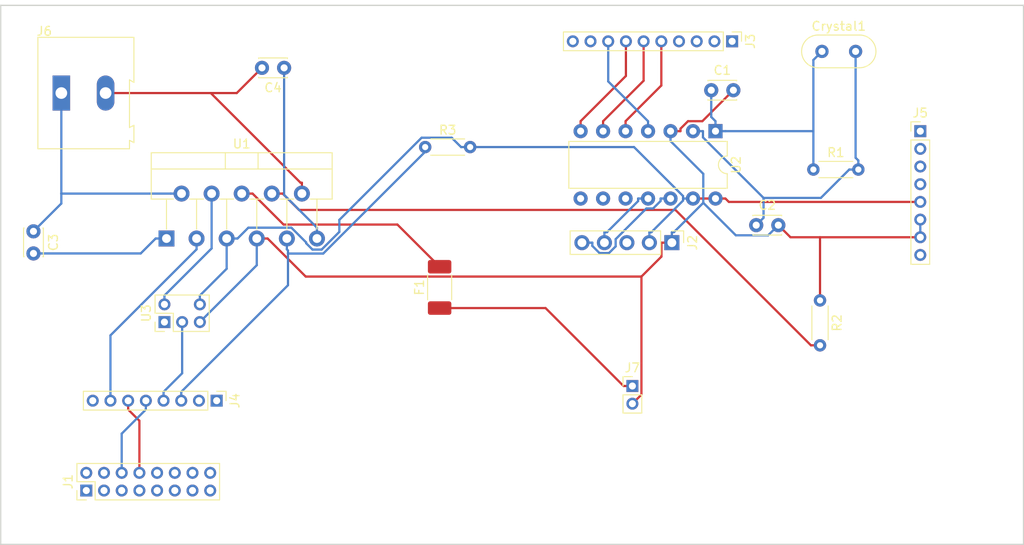
<source format=kicad_pcb>
(kicad_pcb (version 20171130) (host pcbnew 5.0.2+dfsg1-1)

  (general
    (thickness 1.6)
    (drawings 4)
    (tracks 157)
    (zones 0)
    (modules 19)
    (nets 56)
  )

  (page A4)
  (layers
    (0 F.Cu signal)
    (31 B.Cu signal)
    (32 B.Adhes user)
    (33 F.Adhes user)
    (34 B.Paste user)
    (35 F.Paste user)
    (36 B.SilkS user)
    (37 F.SilkS user)
    (38 B.Mask user)
    (39 F.Mask user)
    (40 Dwgs.User user)
    (41 Cmts.User user)
    (42 Eco1.User user)
    (43 Eco2.User user)
    (44 Edge.Cuts user)
    (45 Margin user)
    (46 B.CrtYd user)
    (47 F.CrtYd user)
    (48 B.Fab user)
    (49 F.Fab user)
  )

  (setup
    (last_trace_width 0.25)
    (trace_clearance 0.2)
    (zone_clearance 0.508)
    (zone_45_only no)
    (trace_min 0.2)
    (segment_width 0.2)
    (edge_width 0.15)
    (via_size 0.8)
    (via_drill 0.4)
    (via_min_size 0.4)
    (via_min_drill 0.3)
    (uvia_size 0.3)
    (uvia_drill 0.1)
    (uvias_allowed no)
    (uvia_min_size 0.2)
    (uvia_min_drill 0.1)
    (pcb_text_width 0.3)
    (pcb_text_size 1.5 1.5)
    (mod_edge_width 0.15)
    (mod_text_size 1 1)
    (mod_text_width 0.15)
    (pad_size 1.35 1.35)
    (pad_drill 0.8)
    (pad_to_mask_clearance 0.051)
    (solder_mask_min_width 0.25)
    (aux_axis_origin 0 0)
    (visible_elements FFFFFF7F)
    (pcbplotparams
      (layerselection 0x010fc_ffffffff)
      (usegerberextensions false)
      (usegerberattributes false)
      (usegerberadvancedattributes false)
      (creategerberjobfile false)
      (excludeedgelayer true)
      (linewidth 0.100000)
      (plotframeref false)
      (viasonmask false)
      (mode 1)
      (useauxorigin false)
      (hpglpennumber 1)
      (hpglpenspeed 20)
      (hpglpendiameter 15.000000)
      (psnegative false)
      (psa4output false)
      (plotreference true)
      (plotvalue true)
      (plotinvisibletext false)
      (padsonsilk false)
      (subtractmaskfromsilk false)
      (outputformat 1)
      (mirror false)
      (drillshape 1)
      (scaleselection 1)
      (outputdirectory ""))
  )

  (net 0 "")
  (net 1 "Net-(C3-Pad1)")
  (net 2 "Net-(C4-Pad2)")
  (net 3 TH_FLAG)
  (net 4 +5V)
  (net 5 "Net-(R2-Pad2)")
  (net 6 GND)
  (net 7 "Net-(C1-Pad1)")
  (net 8 "Net-(C2-Pad1)")
  (net 9 "Net-(C3-Pad2)")
  (net 10 PWM)
  (net 11 "Net-(U1-Pad4)")
  (net 12 "Net-(F1-Pad2)")
  (net 13 "Net-(C4-Pad1)")
  (net 14 "Net-(J2-Pad3)")
  (net 15 "Net-(J2-Pad4)")
  (net 16 "Net-(J2-Pad5)")
  (net 17 "Net-(J1-Pad1)")
  (net 18 "Net-(J1-Pad2)")
  (net 19 "Net-(J1-Pad3)")
  (net 20 "Net-(J1-Pad4)")
  (net 21 "Net-(J1-Pad5)")
  (net 22 ELB1)
  (net 23 "Net-(J1-Pad7)")
  (net 24 ELB2)
  (net 25 "Net-(J1-Pad9)")
  (net 26 "Net-(J1-Pad10)")
  (net 27 "Net-(J1-Pad11)")
  (net 28 "Net-(J1-Pad12)")
  (net 29 "Net-(J1-Pad13)")
  (net 30 "Net-(J1-Pad14)")
  (net 31 "Net-(J1-Pad15)")
  (net 32 "Net-(J1-Pad16)")
  (net 33 "#SS")
  (net 34 SCLK)
  (net 35 MISO)
  (net 36 MOSI)
  (net 37 "Net-(U2-Pad8)")
  (net 38 "Net-(U2-Pad9)")
  (net 39 "Net-(U2-Pad10)")
  (net 40 ENABLE)
  (net 41 "Net-(J3-Pad1)")
  (net 42 "Net-(J3-Pad2)")
  (net 43 "Net-(J3-Pad3)")
  (net 44 "Net-(J3-Pad4)")
  (net 45 "Net-(J3-Pad9)")
  (net 46 "Net-(J3-Pad10)")
  (net 47 "Net-(J4-Pad1)")
  (net 48 "Net-(J4-Pad2)")
  (net 49 "Net-(J4-Pad8)")
  (net 50 "Net-(J5-Pad8)")
  (net 51 "Net-(J5-Pad4)")
  (net 52 "Net-(J5-Pad3)")
  (net 53 "Net-(J5-Pad2)")
  (net 54 "Net-(J5-Pad1)")
  (net 55 +28V)

  (net_class Default "This is the default net class."
    (clearance 0.2)
    (trace_width 0.25)
    (via_dia 0.8)
    (via_drill 0.4)
    (uvia_dia 0.3)
    (uvia_drill 0.1)
    (add_net "#SS")
    (add_net +28V)
    (add_net +5V)
    (add_net ELB1)
    (add_net ELB2)
    (add_net ENABLE)
    (add_net GND)
    (add_net MISO)
    (add_net MOSI)
    (add_net "Net-(C1-Pad1)")
    (add_net "Net-(C2-Pad1)")
    (add_net "Net-(C3-Pad1)")
    (add_net "Net-(C3-Pad2)")
    (add_net "Net-(C4-Pad1)")
    (add_net "Net-(C4-Pad2)")
    (add_net "Net-(F1-Pad2)")
    (add_net "Net-(J1-Pad1)")
    (add_net "Net-(J1-Pad10)")
    (add_net "Net-(J1-Pad11)")
    (add_net "Net-(J1-Pad12)")
    (add_net "Net-(J1-Pad13)")
    (add_net "Net-(J1-Pad14)")
    (add_net "Net-(J1-Pad15)")
    (add_net "Net-(J1-Pad16)")
    (add_net "Net-(J1-Pad2)")
    (add_net "Net-(J1-Pad3)")
    (add_net "Net-(J1-Pad4)")
    (add_net "Net-(J1-Pad5)")
    (add_net "Net-(J1-Pad7)")
    (add_net "Net-(J1-Pad9)")
    (add_net "Net-(J2-Pad3)")
    (add_net "Net-(J2-Pad4)")
    (add_net "Net-(J2-Pad5)")
    (add_net "Net-(J3-Pad1)")
    (add_net "Net-(J3-Pad10)")
    (add_net "Net-(J3-Pad2)")
    (add_net "Net-(J3-Pad3)")
    (add_net "Net-(J3-Pad4)")
    (add_net "Net-(J3-Pad9)")
    (add_net "Net-(J4-Pad1)")
    (add_net "Net-(J4-Pad2)")
    (add_net "Net-(J4-Pad8)")
    (add_net "Net-(J5-Pad1)")
    (add_net "Net-(J5-Pad2)")
    (add_net "Net-(J5-Pad3)")
    (add_net "Net-(J5-Pad4)")
    (add_net "Net-(J5-Pad8)")
    (add_net "Net-(R2-Pad2)")
    (add_net "Net-(U1-Pad4)")
    (add_net "Net-(U2-Pad10)")
    (add_net "Net-(U2-Pad8)")
    (add_net "Net-(U2-Pad9)")
    (add_net PWM)
    (add_net SCLK)
    (add_net TH_FLAG)
  )

  (module Connector_PinHeader_2.00mm:PinHeader_2x03_P2.00mm_Vertical (layer F.Cu) (tedit 5F42B288) (tstamp 5F50768C)
    (at 94.705 133.605 90)
    (descr "Through hole straight pin header, 2x03, 2.00mm pitch, double rows")
    (tags "Through hole pin header THT 2x03 2.00mm double row")
    (path /5F56311C)
    (fp_text reference U3 (at 1 -2.06 90) (layer F.SilkS)
      (effects (font (size 1 1) (thickness 0.15)))
    )
    (fp_text value 74LVC1G04 (at 1 6.06 90) (layer F.Fab)
      (effects (font (size 1 1) (thickness 0.15)))
    )
    (fp_line (start 0 -1) (end 3 -1) (layer F.Fab) (width 0.1))
    (fp_line (start 3 -1) (end 3 5) (layer F.Fab) (width 0.1))
    (fp_line (start 3 5) (end -1 5) (layer F.Fab) (width 0.1))
    (fp_line (start -1 5) (end -1 0) (layer F.Fab) (width 0.1))
    (fp_line (start -1 0) (end 0 -1) (layer F.Fab) (width 0.1))
    (fp_line (start -1.06 5.06) (end 3.06 5.06) (layer F.SilkS) (width 0.12))
    (fp_line (start -1.06 1) (end -1.06 5.06) (layer F.SilkS) (width 0.12))
    (fp_line (start 3.06 -1.06) (end 3.06 5.06) (layer F.SilkS) (width 0.12))
    (fp_line (start -1.06 1) (end 1 1) (layer F.SilkS) (width 0.12))
    (fp_line (start 1 1) (end 1 -1.06) (layer F.SilkS) (width 0.12))
    (fp_line (start 1 -1.06) (end 3.06 -1.06) (layer F.SilkS) (width 0.12))
    (fp_line (start -1.06 0) (end -1.06 -1.06) (layer F.SilkS) (width 0.12))
    (fp_line (start -1.06 -1.06) (end 0 -1.06) (layer F.SilkS) (width 0.12))
    (fp_line (start -1.5 -1.5) (end -1.5 5.5) (layer F.CrtYd) (width 0.05))
    (fp_line (start -1.5 5.5) (end 3.5 5.5) (layer F.CrtYd) (width 0.05))
    (fp_line (start 3.5 5.5) (end 3.5 -1.5) (layer F.CrtYd) (width 0.05))
    (fp_line (start 3.5 -1.5) (end -1.5 -1.5) (layer F.CrtYd) (width 0.05))
    (fp_text user %R (at 1 2 180) (layer F.Fab)
      (effects (font (size 1 1) (thickness 0.15)))
    )
    (pad 1 thru_hole rect (at 0 0 90) (size 1.35 1.35) (drill 0.8) (layers *.Cu *.Mask))
    (pad 4 thru_hole oval (at 2 0 90) (size 1.35 1.35) (drill 0.8) (layers *.Cu *.Mask)
      (net 11 "Net-(U1-Pad4)"))
    (pad 2 thru_hole oval (at 0 2 90) (size 1.35 1.35) (drill 0.8) (layers *.Cu *.Mask)
      (net 40 ENABLE))
    (pad 3 thru_hole oval (at 0 4 90) (size 1.35 1.35) (drill 0.8) (layers *.Cu *.Mask)
      (net 6 GND))
    (pad 5 thru_hole oval (at 2 4 90) (size 1.35 1.35) (drill 0.8) (layers *.Cu *.Mask)
      (net 4 +5V))
    (model ${KISYS3DMOD}/Connector_PinHeader_2.00mm.3dshapes/PinHeader_2x03_P2.00mm_Vertical.wrl
      (at (xyz 0 0 0))
      (scale (xyz 1 1 1))
      (rotate (xyz 0 0 0))
    )
  )

  (module footNovo:DIP-14_W7.62mm (layer F.Cu) (tedit 5D019460) (tstamp 5F516513)
    (at 156.965 112.015 270)
    (descr "14-lead though-hole mounted DIP package, row spacing 7.62 mm (300 mils)")
    (tags "THT DIP DIL PDIP 2.54mm 7.62mm 300mil")
    (path /5F48F67C)
    (fp_text reference U2 (at 3.81 -2.33 90) (layer F.SilkS)
      (effects (font (size 1 1) (thickness 0.15)))
    )
    (fp_text value LS7366R (at 3.81 17.57 90) (layer F.Fab)
      (effects (font (size 1 1) (thickness 0.15)))
    )
    (fp_text user %R (at 3.81 7.62 90) (layer F.Fab)
      (effects (font (size 1 1) (thickness 0.15)))
    )
    (fp_line (start 8.7 -1.55) (end -1.1 -1.55) (layer F.CrtYd) (width 0.05))
    (fp_line (start 8.7 16.8) (end 8.7 -1.55) (layer F.CrtYd) (width 0.05))
    (fp_line (start -1.1 16.8) (end 8.7 16.8) (layer F.CrtYd) (width 0.05))
    (fp_line (start -1.1 -1.55) (end -1.1 16.8) (layer F.CrtYd) (width 0.05))
    (fp_line (start 6.46 -1.33) (end 4.81 -1.33) (layer F.SilkS) (width 0.12))
    (fp_line (start 6.46 16.57) (end 6.46 -1.33) (layer F.SilkS) (width 0.12))
    (fp_line (start 1.16 16.57) (end 6.46 16.57) (layer F.SilkS) (width 0.12))
    (fp_line (start 1.16 -1.33) (end 1.16 16.57) (layer F.SilkS) (width 0.12))
    (fp_line (start 2.81 -1.33) (end 1.16 -1.33) (layer F.SilkS) (width 0.12))
    (fp_line (start 0.635 -0.27) (end 1.635 -1.27) (layer F.Fab) (width 0.1))
    (fp_line (start 0.635 16.51) (end 0.635 -0.27) (layer F.Fab) (width 0.1))
    (fp_line (start 6.985 16.51) (end 0.635 16.51) (layer F.Fab) (width 0.1))
    (fp_line (start 6.985 -1.27) (end 6.985 16.51) (layer F.Fab) (width 0.1))
    (fp_line (start 1.635 -1.27) (end 6.985 -1.27) (layer F.Fab) (width 0.1))
    (fp_arc (start 3.81 -1.33) (end 2.81 -1.33) (angle -180) (layer F.SilkS) (width 0.12))
    (pad 14 thru_hole oval (at 7.62 0 270) (size 1.6 1.6) (drill 0.8) (layers *.Cu *.Mask)
      (net 4 +5V))
    (pad 7 thru_hole oval (at 0 15.24 270) (size 1.6 1.6) (drill 0.8) (layers *.Cu *.Mask)
      (net 36 MOSI))
    (pad 13 thru_hole oval (at 7.62 2.54 270) (size 1.6 1.6) (drill 0.8) (layers *.Cu *.Mask)
      (net 4 +5V))
    (pad 6 thru_hole oval (at 0 12.7 270) (size 1.6 1.6) (drill 0.8) (layers *.Cu *.Mask)
      (net 35 MISO))
    (pad 12 thru_hole oval (at 7.62 5.08 270) (size 1.6 1.6) (drill 0.8) (layers *.Cu *.Mask)
      (net 16 "Net-(J2-Pad5)"))
    (pad 5 thru_hole oval (at 0 10.16 270) (size 1.6 1.6) (drill 0.8) (layers *.Cu *.Mask)
      (net 34 SCLK))
    (pad 11 thru_hole oval (at 7.62 7.62 270) (size 1.6 1.6) (drill 0.8) (layers *.Cu *.Mask)
      (net 15 "Net-(J2-Pad4)"))
    (pad 4 thru_hole oval (at 0 7.62 270) (size 1.6 1.6) (drill 0.8) (layers *.Cu *.Mask)
      (net 33 "#SS"))
    (pad 10 thru_hole oval (at 7.62 10.16 270) (size 1.6 1.6) (drill 0.8) (layers *.Cu *.Mask)
      (net 39 "Net-(U2-Pad10)"))
    (pad 3 thru_hole oval (at 0 5.08 270) (size 1.6 1.6) (drill 0.8) (layers *.Cu *.Mask)
      (net 6 GND))
    (pad 9 thru_hole oval (at 7.62 12.7 270) (size 1.6 1.6) (drill 0.8) (layers *.Cu *.Mask)
      (net 38 "Net-(U2-Pad9)"))
    (pad 2 thru_hole oval (at 0 2.54 270) (size 1.6 1.6) (drill 0.8) (layers *.Cu *.Mask)
      (net 8 "Net-(C2-Pad1)"))
    (pad 8 thru_hole oval (at 7.62 15.24 270) (size 1.6 1.6) (drill 0.8) (layers *.Cu *.Mask)
      (net 37 "Net-(U2-Pad8)"))
    (pad 1 thru_hole rect (at 0 0 270) (size 1.6 1.6) (drill 0.8) (layers *.Cu *.Mask)
      (net 7 "Net-(C1-Pad1)"))
    (model ${KISYS3DMOD}/Package_DIP.3dshapes/DIP-14_W7.62mm.wrl
      (at (xyz 0 0 0))
      (scale (xyz 1 1 1))
      (rotate (xyz 0 0 0))
    )
  )

  (module Capacitor_THT:C_Disc_D3.0mm_W2.0mm_P2.50mm (layer F.Cu) (tedit 5AE50EF0) (tstamp 5F50774C)
    (at 161.565 122.645)
    (descr "C, Disc series, Radial, pin pitch=2.50mm, , diameter*width=3*2mm^2, Capacitor")
    (tags "C Disc series Radial pin pitch 2.50mm  diameter 3mm width 2mm Capacitor")
    (path /5F2F5555)
    (fp_text reference C2 (at 1.25 -2.25) (layer F.SilkS)
      (effects (font (size 1 1) (thickness 0.15)))
    )
    (fp_text value 10pF (at 1.25 2.25) (layer F.Fab)
      (effects (font (size 1 1) (thickness 0.15)))
    )
    (fp_text user %R (at 1.25 0) (layer F.Fab)
      (effects (font (size 0.6 0.6) (thickness 0.09)))
    )
    (fp_line (start 3.55 -1.25) (end -1.05 -1.25) (layer F.CrtYd) (width 0.05))
    (fp_line (start 3.55 1.25) (end 3.55 -1.25) (layer F.CrtYd) (width 0.05))
    (fp_line (start -1.05 1.25) (end 3.55 1.25) (layer F.CrtYd) (width 0.05))
    (fp_line (start -1.05 -1.25) (end -1.05 1.25) (layer F.CrtYd) (width 0.05))
    (fp_line (start 2.87 1.055) (end 2.87 1.12) (layer F.SilkS) (width 0.12))
    (fp_line (start 2.87 -1.12) (end 2.87 -1.055) (layer F.SilkS) (width 0.12))
    (fp_line (start -0.37 1.055) (end -0.37 1.12) (layer F.SilkS) (width 0.12))
    (fp_line (start -0.37 -1.12) (end -0.37 -1.055) (layer F.SilkS) (width 0.12))
    (fp_line (start -0.37 1.12) (end 2.87 1.12) (layer F.SilkS) (width 0.12))
    (fp_line (start -0.37 -1.12) (end 2.87 -1.12) (layer F.SilkS) (width 0.12))
    (fp_line (start 2.75 -1) (end -0.25 -1) (layer F.Fab) (width 0.1))
    (fp_line (start 2.75 1) (end 2.75 -1) (layer F.Fab) (width 0.1))
    (fp_line (start -0.25 1) (end 2.75 1) (layer F.Fab) (width 0.1))
    (fp_line (start -0.25 -1) (end -0.25 1) (layer F.Fab) (width 0.1))
    (pad 2 thru_hole circle (at 2.5 0) (size 1.6 1.6) (drill 0.8) (layers *.Cu *.Mask)
      (net 6 GND))
    (pad 1 thru_hole circle (at 0 0) (size 1.6 1.6) (drill 0.8) (layers *.Cu *.Mask)
      (net 8 "Net-(C2-Pad1)"))
    (model ${KISYS3DMOD}/Capacitor_THT.3dshapes/C_Disc_D3.0mm_W2.0mm_P2.50mm.wrl
      (at (xyz 0 0 0))
      (scale (xyz 1 1 1))
      (rotate (xyz 0 0 0))
    )
  )

  (module Capacitor_THT:C_Disc_D3.0mm_W2.0mm_P2.50mm (layer F.Cu) (tedit 5AE50EF0) (tstamp 5F507737)
    (at 79.905 123.345 270)
    (descr "C, Disc series, Radial, pin pitch=2.50mm, , diameter*width=3*2mm^2, Capacitor")
    (tags "C Disc series Radial pin pitch 2.50mm  diameter 3mm width 2mm Capacitor")
    (path /5F38EF9A)
    (fp_text reference C3 (at 1.25 -2.25 270) (layer F.SilkS)
      (effects (font (size 1 1) (thickness 0.15)))
    )
    (fp_text value 10nF (at 1.25 2.25 270) (layer F.Fab)
      (effects (font (size 1 1) (thickness 0.15)))
    )
    (fp_line (start -0.25 -1) (end -0.25 1) (layer F.Fab) (width 0.1))
    (fp_line (start -0.25 1) (end 2.75 1) (layer F.Fab) (width 0.1))
    (fp_line (start 2.75 1) (end 2.75 -1) (layer F.Fab) (width 0.1))
    (fp_line (start 2.75 -1) (end -0.25 -1) (layer F.Fab) (width 0.1))
    (fp_line (start -0.37 -1.12) (end 2.87 -1.12) (layer F.SilkS) (width 0.12))
    (fp_line (start -0.37 1.12) (end 2.87 1.12) (layer F.SilkS) (width 0.12))
    (fp_line (start -0.37 -1.12) (end -0.37 -1.055) (layer F.SilkS) (width 0.12))
    (fp_line (start -0.37 1.055) (end -0.37 1.12) (layer F.SilkS) (width 0.12))
    (fp_line (start 2.87 -1.12) (end 2.87 -1.055) (layer F.SilkS) (width 0.12))
    (fp_line (start 2.87 1.055) (end 2.87 1.12) (layer F.SilkS) (width 0.12))
    (fp_line (start -1.05 -1.25) (end -1.05 1.25) (layer F.CrtYd) (width 0.05))
    (fp_line (start -1.05 1.25) (end 3.55 1.25) (layer F.CrtYd) (width 0.05))
    (fp_line (start 3.55 1.25) (end 3.55 -1.25) (layer F.CrtYd) (width 0.05))
    (fp_line (start 3.55 -1.25) (end -1.05 -1.25) (layer F.CrtYd) (width 0.05))
    (fp_text user %R (at 1.25 0 270) (layer F.Fab)
      (effects (font (size 0.6 0.6) (thickness 0.09)))
    )
    (pad 1 thru_hole circle (at 0 0 270) (size 1.6 1.6) (drill 0.8) (layers *.Cu *.Mask)
      (net 1 "Net-(C3-Pad1)"))
    (pad 2 thru_hole circle (at 2.5 0 270) (size 1.6 1.6) (drill 0.8) (layers *.Cu *.Mask)
      (net 9 "Net-(C3-Pad2)"))
    (model ${KISYS3DMOD}/Capacitor_THT.3dshapes/C_Disc_D3.0mm_W2.0mm_P2.50mm.wrl
      (at (xyz 0 0 0))
      (scale (xyz 1 1 1))
      (rotate (xyz 0 0 0))
    )
  )

  (module Capacitor_THT:C_Disc_D3.0mm_W2.0mm_P2.50mm (layer F.Cu) (tedit 5AE50EF0) (tstamp 5F507722)
    (at 108.225 104.855 180)
    (descr "C, Disc series, Radial, pin pitch=2.50mm, , diameter*width=3*2mm^2, Capacitor")
    (tags "C Disc series Radial pin pitch 2.50mm  diameter 3mm width 2mm Capacitor")
    (path /5F3977D7)
    (fp_text reference C4 (at 1.25 -2.25 180) (layer F.SilkS)
      (effects (font (size 1 1) (thickness 0.15)))
    )
    (fp_text value 10nF (at 1.25 2.25 180) (layer F.Fab)
      (effects (font (size 1 1) (thickness 0.15)))
    )
    (fp_text user %R (at 1.25 0 180) (layer F.Fab)
      (effects (font (size 0.6 0.6) (thickness 0.09)))
    )
    (fp_line (start 3.55 -1.25) (end -1.05 -1.25) (layer F.CrtYd) (width 0.05))
    (fp_line (start 3.55 1.25) (end 3.55 -1.25) (layer F.CrtYd) (width 0.05))
    (fp_line (start -1.05 1.25) (end 3.55 1.25) (layer F.CrtYd) (width 0.05))
    (fp_line (start -1.05 -1.25) (end -1.05 1.25) (layer F.CrtYd) (width 0.05))
    (fp_line (start 2.87 1.055) (end 2.87 1.12) (layer F.SilkS) (width 0.12))
    (fp_line (start 2.87 -1.12) (end 2.87 -1.055) (layer F.SilkS) (width 0.12))
    (fp_line (start -0.37 1.055) (end -0.37 1.12) (layer F.SilkS) (width 0.12))
    (fp_line (start -0.37 -1.12) (end -0.37 -1.055) (layer F.SilkS) (width 0.12))
    (fp_line (start -0.37 1.12) (end 2.87 1.12) (layer F.SilkS) (width 0.12))
    (fp_line (start -0.37 -1.12) (end 2.87 -1.12) (layer F.SilkS) (width 0.12))
    (fp_line (start 2.75 -1) (end -0.25 -1) (layer F.Fab) (width 0.1))
    (fp_line (start 2.75 1) (end 2.75 -1) (layer F.Fab) (width 0.1))
    (fp_line (start -0.25 1) (end 2.75 1) (layer F.Fab) (width 0.1))
    (fp_line (start -0.25 -1) (end -0.25 1) (layer F.Fab) (width 0.1))
    (pad 2 thru_hole circle (at 2.5 0 180) (size 1.6 1.6) (drill 0.8) (layers *.Cu *.Mask)
      (net 2 "Net-(C4-Pad2)"))
    (pad 1 thru_hole circle (at 0 0 180) (size 1.6 1.6) (drill 0.8) (layers *.Cu *.Mask)
      (net 13 "Net-(C4-Pad1)"))
    (model ${KISYS3DMOD}/Capacitor_THT.3dshapes/C_Disc_D3.0mm_W2.0mm_P2.50mm.wrl
      (at (xyz 0 0 0))
      (scale (xyz 1 1 1))
      (rotate (xyz 0 0 0))
    )
  )

  (module Capacitor_THT:C_Disc_D3.0mm_W2.0mm_P2.50mm (layer F.Cu) (tedit 5AE50EF0) (tstamp 5F50770D)
    (at 156.485 107.385)
    (descr "C, Disc series, Radial, pin pitch=2.50mm, , diameter*width=3*2mm^2, Capacitor")
    (tags "C Disc series Radial pin pitch 2.50mm  diameter 3mm width 2mm Capacitor")
    (path /5F2E936A)
    (fp_text reference C1 (at 1.25 -2.25) (layer F.SilkS)
      (effects (font (size 1 1) (thickness 0.15)))
    )
    (fp_text value 10pF (at 1.25 2.25) (layer F.Fab)
      (effects (font (size 1 1) (thickness 0.15)))
    )
    (fp_line (start -0.25 -1) (end -0.25 1) (layer F.Fab) (width 0.1))
    (fp_line (start -0.25 1) (end 2.75 1) (layer F.Fab) (width 0.1))
    (fp_line (start 2.75 1) (end 2.75 -1) (layer F.Fab) (width 0.1))
    (fp_line (start 2.75 -1) (end -0.25 -1) (layer F.Fab) (width 0.1))
    (fp_line (start -0.37 -1.12) (end 2.87 -1.12) (layer F.SilkS) (width 0.12))
    (fp_line (start -0.37 1.12) (end 2.87 1.12) (layer F.SilkS) (width 0.12))
    (fp_line (start -0.37 -1.12) (end -0.37 -1.055) (layer F.SilkS) (width 0.12))
    (fp_line (start -0.37 1.055) (end -0.37 1.12) (layer F.SilkS) (width 0.12))
    (fp_line (start 2.87 -1.12) (end 2.87 -1.055) (layer F.SilkS) (width 0.12))
    (fp_line (start 2.87 1.055) (end 2.87 1.12) (layer F.SilkS) (width 0.12))
    (fp_line (start -1.05 -1.25) (end -1.05 1.25) (layer F.CrtYd) (width 0.05))
    (fp_line (start -1.05 1.25) (end 3.55 1.25) (layer F.CrtYd) (width 0.05))
    (fp_line (start 3.55 1.25) (end 3.55 -1.25) (layer F.CrtYd) (width 0.05))
    (fp_line (start 3.55 -1.25) (end -1.05 -1.25) (layer F.CrtYd) (width 0.05))
    (fp_text user %R (at 1.25 0) (layer F.Fab)
      (effects (font (size 0.6 0.6) (thickness 0.09)))
    )
    (pad 1 thru_hole circle (at 0 0) (size 1.6 1.6) (drill 0.8) (layers *.Cu *.Mask)
      (net 7 "Net-(C1-Pad1)"))
    (pad 2 thru_hole circle (at 2.5 0) (size 1.6 1.6) (drill 0.8) (layers *.Cu *.Mask)
      (net 6 GND))
    (model ${KISYS3DMOD}/Capacitor_THT.3dshapes/C_Disc_D3.0mm_W2.0mm_P2.50mm.wrl
      (at (xyz 0 0 0))
      (scale (xyz 1 1 1))
      (rotate (xyz 0 0 0))
    )
  )

  (module Connector_PinHeader_2.00mm:PinHeader_1x02_P2.00mm_Vertical (layer F.Cu) (tedit 59FED667) (tstamp 5F5076F8)
    (at 147.575 140.835)
    (descr "Through hole straight pin header, 1x02, 2.00mm pitch, single row")
    (tags "Through hole pin header THT 1x02 2.00mm single row")
    (path /5F5856D5)
    (fp_text reference J7 (at 0 -2.06) (layer F.SilkS)
      (effects (font (size 1 1) (thickness 0.15)))
    )
    (fp_text value Screw_Terminal_01x02 (at 0 4.06) (layer F.Fab)
      (effects (font (size 1 1) (thickness 0.15)))
    )
    (fp_line (start -0.5 -1) (end 1 -1) (layer F.Fab) (width 0.1))
    (fp_line (start 1 -1) (end 1 3) (layer F.Fab) (width 0.1))
    (fp_line (start 1 3) (end -1 3) (layer F.Fab) (width 0.1))
    (fp_line (start -1 3) (end -1 -0.5) (layer F.Fab) (width 0.1))
    (fp_line (start -1 -0.5) (end -0.5 -1) (layer F.Fab) (width 0.1))
    (fp_line (start -1.06 3.06) (end 1.06 3.06) (layer F.SilkS) (width 0.12))
    (fp_line (start -1.06 1) (end -1.06 3.06) (layer F.SilkS) (width 0.12))
    (fp_line (start 1.06 1) (end 1.06 3.06) (layer F.SilkS) (width 0.12))
    (fp_line (start -1.06 1) (end 1.06 1) (layer F.SilkS) (width 0.12))
    (fp_line (start -1.06 0) (end -1.06 -1.06) (layer F.SilkS) (width 0.12))
    (fp_line (start -1.06 -1.06) (end 0 -1.06) (layer F.SilkS) (width 0.12))
    (fp_line (start -1.5 -1.5) (end -1.5 3.5) (layer F.CrtYd) (width 0.05))
    (fp_line (start -1.5 3.5) (end 1.5 3.5) (layer F.CrtYd) (width 0.05))
    (fp_line (start 1.5 3.5) (end 1.5 -1.5) (layer F.CrtYd) (width 0.05))
    (fp_line (start 1.5 -1.5) (end -1.5 -1.5) (layer F.CrtYd) (width 0.05))
    (fp_text user %R (at 0 1 90) (layer F.Fab)
      (effects (font (size 1 1) (thickness 0.15)))
    )
    (pad 1 thru_hole rect (at 0 0) (size 1.35 1.35) (drill 0.8) (layers *.Cu *.Mask)
      (net 55 +28V))
    (pad 2 thru_hole oval (at 0 2) (size 1.35 1.35) (drill 0.8) (layers *.Cu *.Mask)
      (net 6 GND))
    (model ${KISYS3DMOD}/Connector_PinHeader_2.00mm.3dshapes/PinHeader_1x02_P2.00mm_Vertical.wrl
      (at (xyz 0 0 0))
      (scale (xyz 1 1 1))
      (rotate (xyz 0 0 0))
    )
  )

  (module Connector_PinHeader_2.00mm:PinHeader_1x08_P2.00mm_Vertical (layer F.Cu) (tedit 59FED667) (tstamp 5F5076E2)
    (at 180.105 112.015)
    (descr "Through hole straight pin header, 1x08, 2.00mm pitch, single row")
    (tags "Through hole pin header THT 1x08 2.00mm single row")
    (path /5F4EDD0B)
    (fp_text reference J5 (at 0 -2.06) (layer F.SilkS)
      (effects (font (size 1 1) (thickness 0.15)))
    )
    (fp_text value Conn_01x08 (at 0 16.06) (layer F.Fab)
      (effects (font (size 1 1) (thickness 0.15)))
    )
    (fp_text user %R (at 0 7 90) (layer F.Fab)
      (effects (font (size 1 1) (thickness 0.15)))
    )
    (fp_line (start 1.5 -1.5) (end -1.5 -1.5) (layer F.CrtYd) (width 0.05))
    (fp_line (start 1.5 15.5) (end 1.5 -1.5) (layer F.CrtYd) (width 0.05))
    (fp_line (start -1.5 15.5) (end 1.5 15.5) (layer F.CrtYd) (width 0.05))
    (fp_line (start -1.5 -1.5) (end -1.5 15.5) (layer F.CrtYd) (width 0.05))
    (fp_line (start -1.06 -1.06) (end 0 -1.06) (layer F.SilkS) (width 0.12))
    (fp_line (start -1.06 0) (end -1.06 -1.06) (layer F.SilkS) (width 0.12))
    (fp_line (start -1.06 1) (end 1.06 1) (layer F.SilkS) (width 0.12))
    (fp_line (start 1.06 1) (end 1.06 15.06) (layer F.SilkS) (width 0.12))
    (fp_line (start -1.06 1) (end -1.06 15.06) (layer F.SilkS) (width 0.12))
    (fp_line (start -1.06 15.06) (end 1.06 15.06) (layer F.SilkS) (width 0.12))
    (fp_line (start -1 -0.5) (end -0.5 -1) (layer F.Fab) (width 0.1))
    (fp_line (start -1 15) (end -1 -0.5) (layer F.Fab) (width 0.1))
    (fp_line (start 1 15) (end -1 15) (layer F.Fab) (width 0.1))
    (fp_line (start 1 -1) (end 1 15) (layer F.Fab) (width 0.1))
    (fp_line (start -0.5 -1) (end 1 -1) (layer F.Fab) (width 0.1))
    (pad 8 thru_hole oval (at 0 14) (size 1.35 1.35) (drill 0.8) (layers *.Cu *.Mask)
      (net 50 "Net-(J5-Pad8)"))
    (pad 7 thru_hole oval (at 0 12) (size 1.35 1.35) (drill 0.8) (layers *.Cu *.Mask)
      (net 6 GND))
    (pad 6 thru_hole oval (at 0 10) (size 1.35 1.35) (drill 0.8) (layers *.Cu *.Mask)
      (net 6 GND))
    (pad 5 thru_hole oval (at 0 8) (size 1.35 1.35) (drill 0.8) (layers *.Cu *.Mask)
      (net 4 +5V))
    (pad 4 thru_hole oval (at 0 6) (size 1.35 1.35) (drill 0.8) (layers *.Cu *.Mask)
      (net 51 "Net-(J5-Pad4)"))
    (pad 3 thru_hole oval (at 0 4) (size 1.35 1.35) (drill 0.8) (layers *.Cu *.Mask)
      (net 52 "Net-(J5-Pad3)"))
    (pad 2 thru_hole oval (at 0 2) (size 1.35 1.35) (drill 0.8) (layers *.Cu *.Mask)
      (net 53 "Net-(J5-Pad2)"))
    (pad 1 thru_hole rect (at 0 0) (size 1.35 1.35) (drill 0.8) (layers *.Cu *.Mask)
      (net 54 "Net-(J5-Pad1)"))
    (model ${KISYS3DMOD}/Connector_PinHeader_2.00mm.3dshapes/PinHeader_1x08_P2.00mm_Vertical.wrl
      (at (xyz 0 0 0))
      (scale (xyz 1 1 1))
      (rotate (xyz 0 0 0))
    )
  )

  (module Connector_PinHeader_2.00mm:PinHeader_1x08_P2.00mm_Vertical (layer F.Cu) (tedit 59FED667) (tstamp 5F5076C6)
    (at 100.605 142.495 270)
    (descr "Through hole straight pin header, 1x08, 2.00mm pitch, single row")
    (tags "Through hole pin header THT 1x08 2.00mm single row")
    (path /5F4DA758)
    (fp_text reference J4 (at 0 -2.06 270) (layer F.SilkS)
      (effects (font (size 1 1) (thickness 0.15)))
    )
    (fp_text value Conn_01x08 (at 0 16.06 270) (layer F.Fab)
      (effects (font (size 1 1) (thickness 0.15)))
    )
    (fp_line (start -0.5 -1) (end 1 -1) (layer F.Fab) (width 0.1))
    (fp_line (start 1 -1) (end 1 15) (layer F.Fab) (width 0.1))
    (fp_line (start 1 15) (end -1 15) (layer F.Fab) (width 0.1))
    (fp_line (start -1 15) (end -1 -0.5) (layer F.Fab) (width 0.1))
    (fp_line (start -1 -0.5) (end -0.5 -1) (layer F.Fab) (width 0.1))
    (fp_line (start -1.06 15.06) (end 1.06 15.06) (layer F.SilkS) (width 0.12))
    (fp_line (start -1.06 1) (end -1.06 15.06) (layer F.SilkS) (width 0.12))
    (fp_line (start 1.06 1) (end 1.06 15.06) (layer F.SilkS) (width 0.12))
    (fp_line (start -1.06 1) (end 1.06 1) (layer F.SilkS) (width 0.12))
    (fp_line (start -1.06 0) (end -1.06 -1.06) (layer F.SilkS) (width 0.12))
    (fp_line (start -1.06 -1.06) (end 0 -1.06) (layer F.SilkS) (width 0.12))
    (fp_line (start -1.5 -1.5) (end -1.5 15.5) (layer F.CrtYd) (width 0.05))
    (fp_line (start -1.5 15.5) (end 1.5 15.5) (layer F.CrtYd) (width 0.05))
    (fp_line (start 1.5 15.5) (end 1.5 -1.5) (layer F.CrtYd) (width 0.05))
    (fp_line (start 1.5 -1.5) (end -1.5 -1.5) (layer F.CrtYd) (width 0.05))
    (fp_text user %R (at 0 7) (layer F.Fab)
      (effects (font (size 1 1) (thickness 0.15)))
    )
    (pad 1 thru_hole rect (at 0 0 270) (size 1.35 1.35) (drill 0.8) (layers *.Cu *.Mask)
      (net 47 "Net-(J4-Pad1)"))
    (pad 2 thru_hole oval (at 0 2 270) (size 1.35 1.35) (drill 0.8) (layers *.Cu *.Mask)
      (net 48 "Net-(J4-Pad2)"))
    (pad 3 thru_hole oval (at 0 4 270) (size 1.35 1.35) (drill 0.8) (layers *.Cu *.Mask)
      (net 3 TH_FLAG))
    (pad 4 thru_hole oval (at 0 6 270) (size 1.35 1.35) (drill 0.8) (layers *.Cu *.Mask)
      (net 40 ENABLE))
    (pad 5 thru_hole oval (at 0 8 270) (size 1.35 1.35) (drill 0.8) (layers *.Cu *.Mask)
      (net 22 ELB1))
    (pad 6 thru_hole oval (at 0 10 270) (size 1.35 1.35) (drill 0.8) (layers *.Cu *.Mask)
      (net 24 ELB2))
    (pad 7 thru_hole oval (at 0 12 270) (size 1.35 1.35) (drill 0.8) (layers *.Cu *.Mask)
      (net 10 PWM))
    (pad 8 thru_hole oval (at 0 14 270) (size 1.35 1.35) (drill 0.8) (layers *.Cu *.Mask)
      (net 49 "Net-(J4-Pad8)"))
    (model ${KISYS3DMOD}/Connector_PinHeader_2.00mm.3dshapes/PinHeader_1x08_P2.00mm_Vertical.wrl
      (at (xyz 0 0 0))
      (scale (xyz 1 1 1))
      (rotate (xyz 0 0 0))
    )
  )

  (module Connector_PinHeader_2.00mm:PinHeader_1x10_P2.00mm_Vertical (layer F.Cu) (tedit 59FED667) (tstamp 5F5076AA)
    (at 158.845 101.855 270)
    (descr "Through hole straight pin header, 1x10, 2.00mm pitch, single row")
    (tags "Through hole pin header THT 1x10 2.00mm single row")
    (path /5F486E94)
    (fp_text reference J3 (at 0 -2.06 270) (layer F.SilkS)
      (effects (font (size 1 1) (thickness 0.15)))
    )
    (fp_text value Conn_01x10 (at 0 20.06 270) (layer F.Fab)
      (effects (font (size 1 1) (thickness 0.15)))
    )
    (fp_line (start -0.5 -1) (end 1 -1) (layer F.Fab) (width 0.1))
    (fp_line (start 1 -1) (end 1 19) (layer F.Fab) (width 0.1))
    (fp_line (start 1 19) (end -1 19) (layer F.Fab) (width 0.1))
    (fp_line (start -1 19) (end -1 -0.5) (layer F.Fab) (width 0.1))
    (fp_line (start -1 -0.5) (end -0.5 -1) (layer F.Fab) (width 0.1))
    (fp_line (start -1.06 19.06) (end 1.06 19.06) (layer F.SilkS) (width 0.12))
    (fp_line (start -1.06 1) (end -1.06 19.06) (layer F.SilkS) (width 0.12))
    (fp_line (start 1.06 1) (end 1.06 19.06) (layer F.SilkS) (width 0.12))
    (fp_line (start -1.06 1) (end 1.06 1) (layer F.SilkS) (width 0.12))
    (fp_line (start -1.06 0) (end -1.06 -1.06) (layer F.SilkS) (width 0.12))
    (fp_line (start -1.06 -1.06) (end 0 -1.06) (layer F.SilkS) (width 0.12))
    (fp_line (start -1.5 -1.5) (end -1.5 19.5) (layer F.CrtYd) (width 0.05))
    (fp_line (start -1.5 19.5) (end 1.5 19.5) (layer F.CrtYd) (width 0.05))
    (fp_line (start 1.5 19.5) (end 1.5 -1.5) (layer F.CrtYd) (width 0.05))
    (fp_line (start 1.5 -1.5) (end -1.5 -1.5) (layer F.CrtYd) (width 0.05))
    (fp_text user %R (at 0 9) (layer F.Fab)
      (effects (font (size 1 1) (thickness 0.15)))
    )
    (pad 1 thru_hole rect (at 0 0 270) (size 1.35 1.35) (drill 0.8) (layers *.Cu *.Mask)
      (net 41 "Net-(J3-Pad1)"))
    (pad 2 thru_hole oval (at 0 2 270) (size 1.35 1.35) (drill 0.8) (layers *.Cu *.Mask)
      (net 42 "Net-(J3-Pad2)"))
    (pad 3 thru_hole oval (at 0 4 270) (size 1.35 1.35) (drill 0.8) (layers *.Cu *.Mask)
      (net 43 "Net-(J3-Pad3)"))
    (pad 4 thru_hole oval (at 0 6 270) (size 1.35 1.35) (drill 0.8) (layers *.Cu *.Mask)
      (net 44 "Net-(J3-Pad4)"))
    (pad 5 thru_hole oval (at 0 8 270) (size 1.35 1.35) (drill 0.8) (layers *.Cu *.Mask)
      (net 34 SCLK))
    (pad 6 thru_hole oval (at 0 10 270) (size 1.35 1.35) (drill 0.8) (layers *.Cu *.Mask)
      (net 35 MISO))
    (pad 7 thru_hole oval (at 0 12 270) (size 1.35 1.35) (drill 0.8) (layers *.Cu *.Mask)
      (net 36 MOSI))
    (pad 8 thru_hole oval (at 0 14 270) (size 1.35 1.35) (drill 0.8) (layers *.Cu *.Mask)
      (net 33 "#SS"))
    (pad 9 thru_hole oval (at 0 16 270) (size 1.35 1.35) (drill 0.8) (layers *.Cu *.Mask)
      (net 45 "Net-(J3-Pad9)"))
    (pad 10 thru_hole oval (at 0 18 270) (size 1.35 1.35) (drill 0.8) (layers *.Cu *.Mask)
      (net 46 "Net-(J3-Pad10)"))
    (model ${KISYS3DMOD}/Connector_PinHeader_2.00mm.3dshapes/PinHeader_1x10_P2.00mm_Vertical.wrl
      (at (xyz 0 0 0))
      (scale (xyz 1 1 1))
      (rotate (xyz 0 0 0))
    )
  )

  (module Connector_PinHeader_2.00mm:PinHeader_2x08_P2.00mm_Vertical (layer F.Cu) (tedit 59FED667) (tstamp 5F50764C)
    (at 85.875 152.655 90)
    (descr "Through hole straight pin header, 2x08, 2.00mm pitch, double rows")
    (tags "Through hole pin header THT 2x08 2.00mm double row")
    (path /5F44C7CF)
    (fp_text reference J1 (at 1 -2.06 90) (layer F.SilkS)
      (effects (font (size 1 1) (thickness 0.15)))
    )
    (fp_text value Conn_02x08 (at 1 16.06 90) (layer F.Fab)
      (effects (font (size 1 1) (thickness 0.15)))
    )
    (fp_line (start 0 -1) (end 3 -1) (layer F.Fab) (width 0.1))
    (fp_line (start 3 -1) (end 3 15) (layer F.Fab) (width 0.1))
    (fp_line (start 3 15) (end -1 15) (layer F.Fab) (width 0.1))
    (fp_line (start -1 15) (end -1 0) (layer F.Fab) (width 0.1))
    (fp_line (start -1 0) (end 0 -1) (layer F.Fab) (width 0.1))
    (fp_line (start -1.06 15.06) (end 3.06 15.06) (layer F.SilkS) (width 0.12))
    (fp_line (start -1.06 1) (end -1.06 15.06) (layer F.SilkS) (width 0.12))
    (fp_line (start 3.06 -1.06) (end 3.06 15.06) (layer F.SilkS) (width 0.12))
    (fp_line (start -1.06 1) (end 1 1) (layer F.SilkS) (width 0.12))
    (fp_line (start 1 1) (end 1 -1.06) (layer F.SilkS) (width 0.12))
    (fp_line (start 1 -1.06) (end 3.06 -1.06) (layer F.SilkS) (width 0.12))
    (fp_line (start -1.06 0) (end -1.06 -1.06) (layer F.SilkS) (width 0.12))
    (fp_line (start -1.06 -1.06) (end 0 -1.06) (layer F.SilkS) (width 0.12))
    (fp_line (start -1.5 -1.5) (end -1.5 15.5) (layer F.CrtYd) (width 0.05))
    (fp_line (start -1.5 15.5) (end 3.5 15.5) (layer F.CrtYd) (width 0.05))
    (fp_line (start 3.5 15.5) (end 3.5 -1.5) (layer F.CrtYd) (width 0.05))
    (fp_line (start 3.5 -1.5) (end -1.5 -1.5) (layer F.CrtYd) (width 0.05))
    (fp_text user %R (at 1 7 180) (layer F.Fab)
      (effects (font (size 1 1) (thickness 0.15)))
    )
    (pad 1 thru_hole rect (at 0 0 90) (size 1.35 1.35) (drill 0.8) (layers *.Cu *.Mask)
      (net 17 "Net-(J1-Pad1)"))
    (pad 2 thru_hole oval (at 2 0 90) (size 1.35 1.35) (drill 0.8) (layers *.Cu *.Mask)
      (net 18 "Net-(J1-Pad2)"))
    (pad 3 thru_hole oval (at 0 2 90) (size 1.35 1.35) (drill 0.8) (layers *.Cu *.Mask)
      (net 19 "Net-(J1-Pad3)"))
    (pad 4 thru_hole oval (at 2 2 90) (size 1.35 1.35) (drill 0.8) (layers *.Cu *.Mask)
      (net 20 "Net-(J1-Pad4)"))
    (pad 5 thru_hole oval (at 0 4 90) (size 1.35 1.35) (drill 0.8) (layers *.Cu *.Mask)
      (net 21 "Net-(J1-Pad5)"))
    (pad 6 thru_hole oval (at 2 4 90) (size 1.35 1.35) (drill 0.8) (layers *.Cu *.Mask)
      (net 22 ELB1))
    (pad 7 thru_hole oval (at 0 6 90) (size 1.35 1.35) (drill 0.8) (layers *.Cu *.Mask)
      (net 23 "Net-(J1-Pad7)"))
    (pad 8 thru_hole oval (at 2 6 90) (size 1.35 1.35) (drill 0.8) (layers *.Cu *.Mask)
      (net 24 ELB2))
    (pad 9 thru_hole oval (at 0 8 90) (size 1.35 1.35) (drill 0.8) (layers *.Cu *.Mask)
      (net 25 "Net-(J1-Pad9)"))
    (pad 10 thru_hole oval (at 2 8 90) (size 1.35 1.35) (drill 0.8) (layers *.Cu *.Mask)
      (net 26 "Net-(J1-Pad10)"))
    (pad 11 thru_hole oval (at 0 10 90) (size 1.35 1.35) (drill 0.8) (layers *.Cu *.Mask)
      (net 27 "Net-(J1-Pad11)"))
    (pad 12 thru_hole oval (at 2 10 90) (size 1.35 1.35) (drill 0.8) (layers *.Cu *.Mask)
      (net 28 "Net-(J1-Pad12)"))
    (pad 13 thru_hole oval (at 0 12 90) (size 1.35 1.35) (drill 0.8) (layers *.Cu *.Mask)
      (net 29 "Net-(J1-Pad13)"))
    (pad 14 thru_hole oval (at 2 12 90) (size 1.35 1.35) (drill 0.8) (layers *.Cu *.Mask)
      (net 30 "Net-(J1-Pad14)"))
    (pad 15 thru_hole oval (at 0 14 90) (size 1.35 1.35) (drill 0.8) (layers *.Cu *.Mask)
      (net 31 "Net-(J1-Pad15)"))
    (pad 16 thru_hole oval (at 2 14 90) (size 1.35 1.35) (drill 0.8) (layers *.Cu *.Mask)
      (net 32 "Net-(J1-Pad16)"))
    (model ${KISYS3DMOD}/Connector_PinHeader_2.00mm.3dshapes/PinHeader_2x08_P2.00mm_Vertical.wrl
      (at (xyz 0 0 0))
      (scale (xyz 1 1 1))
      (rotate (xyz 0 0 0))
    )
  )

  (module Connector_PinHeader_2.54mm:PinHeader_1x05_P2.54mm_Vertical (layer F.Cu) (tedit 59FED5CC) (tstamp 5F507626)
    (at 152.035 124.625 270)
    (descr "Through hole straight pin header, 1x05, 2.54mm pitch, single row")
    (tags "Through hole pin header THT 1x05 2.54mm single row")
    (path /5F2F72BA)
    (fp_text reference J2 (at 0 -2.33 270) (layer F.SilkS)
      (effects (font (size 1 1) (thickness 0.15)))
    )
    (fp_text value "Connector Encoder" (at 0 12.49 270) (layer F.Fab)
      (effects (font (size 1 1) (thickness 0.15)))
    )
    (fp_line (start -0.635 -1.27) (end 1.27 -1.27) (layer F.Fab) (width 0.1))
    (fp_line (start 1.27 -1.27) (end 1.27 11.43) (layer F.Fab) (width 0.1))
    (fp_line (start 1.27 11.43) (end -1.27 11.43) (layer F.Fab) (width 0.1))
    (fp_line (start -1.27 11.43) (end -1.27 -0.635) (layer F.Fab) (width 0.1))
    (fp_line (start -1.27 -0.635) (end -0.635 -1.27) (layer F.Fab) (width 0.1))
    (fp_line (start -1.33 11.49) (end 1.33 11.49) (layer F.SilkS) (width 0.12))
    (fp_line (start -1.33 1.27) (end -1.33 11.49) (layer F.SilkS) (width 0.12))
    (fp_line (start 1.33 1.27) (end 1.33 11.49) (layer F.SilkS) (width 0.12))
    (fp_line (start -1.33 1.27) (end 1.33 1.27) (layer F.SilkS) (width 0.12))
    (fp_line (start -1.33 0) (end -1.33 -1.33) (layer F.SilkS) (width 0.12))
    (fp_line (start -1.33 -1.33) (end 0 -1.33) (layer F.SilkS) (width 0.12))
    (fp_line (start -1.8 -1.8) (end -1.8 11.95) (layer F.CrtYd) (width 0.05))
    (fp_line (start -1.8 11.95) (end 1.8 11.95) (layer F.CrtYd) (width 0.05))
    (fp_line (start 1.8 11.95) (end 1.8 -1.8) (layer F.CrtYd) (width 0.05))
    (fp_line (start 1.8 -1.8) (end -1.8 -1.8) (layer F.CrtYd) (width 0.05))
    (fp_text user %R (at 0 5.08) (layer F.Fab)
      (effects (font (size 1 1) (thickness 0.15)))
    )
    (pad 1 thru_hole rect (at 0 0 270) (size 1.7 1.7) (drill 1) (layers *.Cu *.Mask)
      (net 6 GND))
    (pad 2 thru_hole oval (at 0 2.54 270) (size 1.7 1.7) (drill 1) (layers *.Cu *.Mask)
      (net 4 +5V))
    (pad 3 thru_hole oval (at 0 5.08 270) (size 1.7 1.7) (drill 1) (layers *.Cu *.Mask)
      (net 14 "Net-(J2-Pad3)"))
    (pad 4 thru_hole oval (at 0 7.62 270) (size 1.7 1.7) (drill 1) (layers *.Cu *.Mask)
      (net 15 "Net-(J2-Pad4)"))
    (pad 5 thru_hole oval (at 0 10.16 270) (size 1.7 1.7) (drill 1) (layers *.Cu *.Mask)
      (net 16 "Net-(J2-Pad5)"))
    (model ${KISYS3DMOD}/Connector_PinHeader_2.54mm.3dshapes/PinHeader_1x05_P2.54mm_Vertical.wrl
      (at (xyz 0 0 0))
      (scale (xyz 1 1 1))
      (rotate (xyz 0 0 0))
    )
  )

  (module Crystal:Crystal_HC52-6mm_Vertical (layer F.Cu) (tedit 5A1AD3B8) (tstamp 5F50760D)
    (at 168.995 102.995)
    (descr "Crystal THT HC-52/6mm, http://www.kvg-gmbh.de/assets/uploads/files/product_pdfs/XS71xx.pdf")
    (tags "THT crystalHC-49/U")
    (path /5F2FA4D4)
    (fp_text reference Crystal1 (at 1.9 -2.85) (layer F.SilkS)
      (effects (font (size 1 1) (thickness 0.15)))
    )
    (fp_text value 30MHz (at 1.9 2.85) (layer F.Fab)
      (effects (font (size 1 1) (thickness 0.15)))
    )
    (fp_text user %R (at 1.9 0) (layer F.Fab)
      (effects (font (size 1 1) (thickness 0.15)))
    )
    (fp_line (start -0.45 -1.65) (end 4.25 -1.65) (layer F.Fab) (width 0.1))
    (fp_line (start -0.45 1.65) (end 4.25 1.65) (layer F.Fab) (width 0.1))
    (fp_line (start -0.45 -1.15) (end 4.25 -1.15) (layer F.Fab) (width 0.1))
    (fp_line (start -0.45 1.15) (end 4.25 1.15) (layer F.Fab) (width 0.1))
    (fp_line (start -0.45 -1.85) (end 4.25 -1.85) (layer F.SilkS) (width 0.12))
    (fp_line (start -0.45 1.85) (end 4.25 1.85) (layer F.SilkS) (width 0.12))
    (fp_line (start -2.6 -2.1) (end -2.6 2.1) (layer F.CrtYd) (width 0.05))
    (fp_line (start -2.6 2.1) (end 6.4 2.1) (layer F.CrtYd) (width 0.05))
    (fp_line (start 6.4 2.1) (end 6.4 -2.1) (layer F.CrtYd) (width 0.05))
    (fp_line (start 6.4 -2.1) (end -2.6 -2.1) (layer F.CrtYd) (width 0.05))
    (fp_arc (start -0.45 0) (end -0.45 -1.65) (angle -180) (layer F.Fab) (width 0.1))
    (fp_arc (start 4.25 0) (end 4.25 -1.65) (angle 180) (layer F.Fab) (width 0.1))
    (fp_arc (start -0.45 0) (end -0.45 -1.15) (angle -180) (layer F.Fab) (width 0.1))
    (fp_arc (start 4.25 0) (end 4.25 -1.15) (angle 180) (layer F.Fab) (width 0.1))
    (fp_arc (start -0.45 0) (end -0.45 -1.85) (angle -180) (layer F.SilkS) (width 0.12))
    (fp_arc (start 4.25 0) (end 4.25 -1.85) (angle 180) (layer F.SilkS) (width 0.12))
    (pad 1 thru_hole circle (at 0 0) (size 1.5 1.5) (drill 0.8) (layers *.Cu *.Mask)
      (net 7 "Net-(C1-Pad1)"))
    (pad 2 thru_hole circle (at 3.8 0) (size 1.5 1.5) (drill 0.8) (layers *.Cu *.Mask)
      (net 8 "Net-(C2-Pad1)"))
    (model ${KISYS3DMOD}/Crystal.3dshapes/Crystal_HC52-6mm_Vertical.wrl
      (at (xyz 0 0 0))
      (scale (xyz 1 1 1))
      (rotate (xyz 0 0 0))
    )
  )

  (module Fuse:Fuse_2010_5025Metric_Pad1.52x2.65mm_HandSolder (layer F.Cu) (tedit 5B301BBE) (tstamp 5F5075F6)
    (at 125.795 129.685 90)
    (descr "Fuse SMD 2010 (5025 Metric), square (rectangular) end terminal, IPC_7351 nominal with elongated pad for handsoldering. (Body size source: http://www.tortai-tech.com/upload/download/2011102023233369053.pdf), generated with kicad-footprint-generator")
    (tags "resistor handsolder")
    (path /5F56CD65)
    (attr smd)
    (fp_text reference F1 (at 0 -2.28 90) (layer F.SilkS)
      (effects (font (size 1 1) (thickness 0.15)))
    )
    (fp_text value Fuse (at 0 2.28 90) (layer F.Fab)
      (effects (font (size 1 1) (thickness 0.15)))
    )
    (fp_line (start -2.5 1.25) (end -2.5 -1.25) (layer F.Fab) (width 0.1))
    (fp_line (start -2.5 -1.25) (end 2.5 -1.25) (layer F.Fab) (width 0.1))
    (fp_line (start 2.5 -1.25) (end 2.5 1.25) (layer F.Fab) (width 0.1))
    (fp_line (start 2.5 1.25) (end -2.5 1.25) (layer F.Fab) (width 0.1))
    (fp_line (start -1.402064 -1.36) (end 1.402064 -1.36) (layer F.SilkS) (width 0.12))
    (fp_line (start -1.402064 1.36) (end 1.402064 1.36) (layer F.SilkS) (width 0.12))
    (fp_line (start -3.35 1.58) (end -3.35 -1.58) (layer F.CrtYd) (width 0.05))
    (fp_line (start -3.35 -1.58) (end 3.35 -1.58) (layer F.CrtYd) (width 0.05))
    (fp_line (start 3.35 -1.58) (end 3.35 1.58) (layer F.CrtYd) (width 0.05))
    (fp_line (start 3.35 1.58) (end -3.35 1.58) (layer F.CrtYd) (width 0.05))
    (fp_text user %R (at 0 0 90) (layer F.Fab)
      (effects (font (size 1 1) (thickness 0.15)))
    )
    (pad 1 smd roundrect (at -2.3375 0 90) (size 1.525 2.65) (layers F.Cu F.Paste F.Mask) (roundrect_rratio 0.163934)
      (net 55 +28V))
    (pad 2 smd roundrect (at 2.3375 0 90) (size 1.525 2.65) (layers F.Cu F.Paste F.Mask) (roundrect_rratio 0.163934)
      (net 12 "Net-(F1-Pad2)"))
    (model ${KISYS3DMOD}/Fuse.3dshapes/Fuse_2010_5025Metric.wrl
      (at (xyz 0 0 0))
      (scale (xyz 1 1 1))
      (rotate (xyz 0 0 0))
    )
  )

  (module Package_TO_SOT_THT:TO-220-11_P3.4x5.08mm_StaggerOdd_Lead4.85mm_Vertical (layer F.Cu) (tedit 5AF05A31) (tstamp 5F5075E5)
    (at 94.935 124.155)
    (descr "TO-220-11, Vertical, RM 1.7mm, staggered type-1, see http://www.st.com/resource/en/datasheet/tda7391lv.pdf")
    (tags "TO-220-11 Vertical RM 1.7mm staggered type-1")
    (path /5F3866DE)
    (fp_text reference U1 (at 8.5 -10.7) (layer F.SilkS)
      (effects (font (size 1 1) (thickness 0.15)))
    )
    (fp_text value LMD18200 (at 8.5 2.15) (layer F.Fab)
      (effects (font (size 1 1) (thickness 0.15)))
    )
    (fp_line (start -1.6 -9.58) (end -1.6 -4.58) (layer F.Fab) (width 0.1))
    (fp_line (start -1.6 -4.58) (end 18.6 -4.58) (layer F.Fab) (width 0.1))
    (fp_line (start 18.6 -4.58) (end 18.6 -9.58) (layer F.Fab) (width 0.1))
    (fp_line (start 18.6 -9.58) (end -1.6 -9.58) (layer F.Fab) (width 0.1))
    (fp_line (start -1.6 -7.98) (end 18.6 -7.98) (layer F.Fab) (width 0.1))
    (fp_line (start 6.65 -9.58) (end 6.65 -7.98) (layer F.Fab) (width 0.1))
    (fp_line (start 10.35 -9.58) (end 10.35 -7.98) (layer F.Fab) (width 0.1))
    (fp_line (start 0 -4.58) (end 0 0) (layer F.Fab) (width 0.1))
    (fp_line (start 3.4 -4.58) (end 3.4 0) (layer F.Fab) (width 0.1))
    (fp_line (start 6.8 -4.58) (end 6.8 0) (layer F.Fab) (width 0.1))
    (fp_line (start 10.2 -4.58) (end 10.2 0) (layer F.Fab) (width 0.1))
    (fp_line (start 13.6 -4.58) (end 13.6 0) (layer F.Fab) (width 0.1))
    (fp_line (start 17 -4.58) (end 17 0) (layer F.Fab) (width 0.1))
    (fp_line (start -1.72 -9.7) (end 18.72 -9.7) (layer F.SilkS) (width 0.12))
    (fp_line (start -1.72 -4.459) (end 0.776 -4.459) (layer F.SilkS) (width 0.12))
    (fp_line (start 2.625 -4.459) (end 4.176 -4.459) (layer F.SilkS) (width 0.12))
    (fp_line (start 6.025 -4.459) (end 7.576 -4.459) (layer F.SilkS) (width 0.12))
    (fp_line (start 9.425 -4.459) (end 10.976 -4.459) (layer F.SilkS) (width 0.12))
    (fp_line (start 12.825 -4.459) (end 14.376 -4.459) (layer F.SilkS) (width 0.12))
    (fp_line (start 16.225 -4.459) (end 18.72 -4.459) (layer F.SilkS) (width 0.12))
    (fp_line (start -1.72 -9.7) (end -1.72 -4.459) (layer F.SilkS) (width 0.12))
    (fp_line (start 18.72 -9.7) (end 18.72 -4.459) (layer F.SilkS) (width 0.12))
    (fp_line (start -1.72 -7.86) (end 18.72 -7.86) (layer F.SilkS) (width 0.12))
    (fp_line (start 6.65 -9.7) (end 6.65 -7.86) (layer F.SilkS) (width 0.12))
    (fp_line (start 10.35 -9.7) (end 10.35 -7.86) (layer F.SilkS) (width 0.12))
    (fp_line (start 0 -4.459) (end 0 -1.05) (layer F.SilkS) (width 0.12))
    (fp_line (start 3.4 -4.459) (end 3.4 -1.065) (layer F.SilkS) (width 0.12))
    (fp_line (start 6.8 -4.459) (end 6.8 -1.065) (layer F.SilkS) (width 0.12))
    (fp_line (start 10.2 -4.459) (end 10.2 -1.065) (layer F.SilkS) (width 0.12))
    (fp_line (start 13.6 -4.459) (end 13.6 -1.065) (layer F.SilkS) (width 0.12))
    (fp_line (start 17 -4.459) (end 17 -1.065) (layer F.SilkS) (width 0.12))
    (fp_line (start -1.85 -9.83) (end -1.85 1.16) (layer F.CrtYd) (width 0.05))
    (fp_line (start -1.85 1.16) (end 18.85 1.16) (layer F.CrtYd) (width 0.05))
    (fp_line (start 18.85 1.16) (end 18.85 -9.83) (layer F.CrtYd) (width 0.05))
    (fp_line (start 18.85 -9.83) (end -1.85 -9.83) (layer F.CrtYd) (width 0.05))
    (fp_text user %R (at 8.5 -10.7) (layer F.Fab)
      (effects (font (size 1 1) (thickness 0.15)))
    )
    (pad 1 thru_hole rect (at 0 0) (size 1.8 1.8) (drill 1) (layers *.Cu *.Mask)
      (net 9 "Net-(C3-Pad2)"))
    (pad 2 thru_hole oval (at 1.7 -5.08) (size 1.8 1.8) (drill 1) (layers *.Cu *.Mask)
      (net 1 "Net-(C3-Pad1)"))
    (pad 3 thru_hole oval (at 3.4 0) (size 1.8 1.8) (drill 1) (layers *.Cu *.Mask)
      (net 10 PWM))
    (pad 4 thru_hole oval (at 5.1 -5.08) (size 1.8 1.8) (drill 1) (layers *.Cu *.Mask)
      (net 11 "Net-(U1-Pad4)"))
    (pad 5 thru_hole oval (at 6.8 0) (size 1.8 1.8) (drill 1) (layers *.Cu *.Mask)
      (net 4 +5V))
    (pad 6 thru_hole oval (at 8.5 -5.08) (size 1.8 1.8) (drill 1) (layers *.Cu *.Mask)
      (net 12 "Net-(F1-Pad2)"))
    (pad 7 thru_hole oval (at 10.2 0) (size 1.8 1.8) (drill 1) (layers *.Cu *.Mask)
      (net 6 GND))
    (pad 8 thru_hole oval (at 11.9 -5.08) (size 1.8 1.8) (drill 1) (layers *.Cu *.Mask)
      (net 5 "Net-(R2-Pad2)"))
    (pad 9 thru_hole oval (at 13.6 0) (size 1.8 1.8) (drill 1) (layers *.Cu *.Mask)
      (net 3 TH_FLAG))
    (pad 10 thru_hole oval (at 15.3 -5.08) (size 1.8 1.8) (drill 1) (layers *.Cu *.Mask)
      (net 2 "Net-(C4-Pad2)"))
    (pad 11 thru_hole oval (at 17 0) (size 1.8 1.8) (drill 1) (layers *.Cu *.Mask)
      (net 13 "Net-(C4-Pad1)"))
    (model ${KISYS3DMOD}/Package_TO_SOT_THT.3dshapes/TO-220-11_P3.4x5.08mm_StaggerOdd_Lead4.85mm_Vertical.wrl
      (at (xyz 0 0 0))
      (scale (xyz 1 1 1))
      (rotate (xyz 0 0 0))
    )
  )

  (module Resistor_THT:R_Axial_DIN0204_L3.6mm_D1.6mm_P5.08mm_Horizontal (layer F.Cu) (tedit 5AE5139B) (tstamp 5F5075B2)
    (at 168.025 116.355)
    (descr "Resistor, Axial_DIN0204 series, Axial, Horizontal, pin pitch=5.08mm, 0.167W, length*diameter=3.6*1.6mm^2, http://cdn-reichelt.de/documents/datenblatt/B400/1_4W%23YAG.pdf")
    (tags "Resistor Axial_DIN0204 series Axial Horizontal pin pitch 5.08mm 0.167W length 3.6mm diameter 1.6mm")
    (path /5F2FC510)
    (fp_text reference R1 (at 2.54 -1.92) (layer F.SilkS)
      (effects (font (size 1 1) (thickness 0.15)))
    )
    (fp_text value 1M (at 2.54 1.92) (layer F.Fab)
      (effects (font (size 1 1) (thickness 0.15)))
    )
    (fp_line (start 0.74 -0.8) (end 0.74 0.8) (layer F.Fab) (width 0.1))
    (fp_line (start 0.74 0.8) (end 4.34 0.8) (layer F.Fab) (width 0.1))
    (fp_line (start 4.34 0.8) (end 4.34 -0.8) (layer F.Fab) (width 0.1))
    (fp_line (start 4.34 -0.8) (end 0.74 -0.8) (layer F.Fab) (width 0.1))
    (fp_line (start 0 0) (end 0.74 0) (layer F.Fab) (width 0.1))
    (fp_line (start 5.08 0) (end 4.34 0) (layer F.Fab) (width 0.1))
    (fp_line (start 0.62 -0.92) (end 4.46 -0.92) (layer F.SilkS) (width 0.12))
    (fp_line (start 0.62 0.92) (end 4.46 0.92) (layer F.SilkS) (width 0.12))
    (fp_line (start -0.95 -1.05) (end -0.95 1.05) (layer F.CrtYd) (width 0.05))
    (fp_line (start -0.95 1.05) (end 6.03 1.05) (layer F.CrtYd) (width 0.05))
    (fp_line (start 6.03 1.05) (end 6.03 -1.05) (layer F.CrtYd) (width 0.05))
    (fp_line (start 6.03 -1.05) (end -0.95 -1.05) (layer F.CrtYd) (width 0.05))
    (fp_text user %R (at 2.54 0) (layer F.Fab)
      (effects (font (size 0.72 0.72) (thickness 0.108)))
    )
    (pad 1 thru_hole circle (at 0 0) (size 1.4 1.4) (drill 0.7) (layers *.Cu *.Mask)
      (net 7 "Net-(C1-Pad1)"))
    (pad 2 thru_hole oval (at 5.08 0) (size 1.4 1.4) (drill 0.7) (layers *.Cu *.Mask)
      (net 8 "Net-(C2-Pad1)"))
    (model ${KISYS3DMOD}/Resistor_THT.3dshapes/R_Axial_DIN0204_L3.6mm_D1.6mm_P5.08mm_Horizontal.wrl
      (at (xyz 0 0 0))
      (scale (xyz 1 1 1))
      (rotate (xyz 0 0 0))
    )
  )

  (module Resistor_THT:R_Axial_DIN0204_L3.6mm_D1.6mm_P5.08mm_Horizontal (layer F.Cu) (tedit 5AE5139B) (tstamp 5F50759F)
    (at 168.775 131.155 270)
    (descr "Resistor, Axial_DIN0204 series, Axial, Horizontal, pin pitch=5.08mm, 0.167W, length*diameter=3.6*1.6mm^2, http://cdn-reichelt.de/documents/datenblatt/B400/1_4W%23YAG.pdf")
    (tags "Resistor Axial_DIN0204 series Axial Horizontal pin pitch 5.08mm 0.167W length 3.6mm diameter 1.6mm")
    (path /5F4700BD)
    (fp_text reference R2 (at 2.54 -1.92 270) (layer F.SilkS)
      (effects (font (size 1 1) (thickness 0.15)))
    )
    (fp_text value 0.1R (at 2.54 1.92 270) (layer F.Fab)
      (effects (font (size 1 1) (thickness 0.15)))
    )
    (fp_text user %R (at 2.54 0 270) (layer F.Fab)
      (effects (font (size 0.72 0.72) (thickness 0.108)))
    )
    (fp_line (start 6.03 -1.05) (end -0.95 -1.05) (layer F.CrtYd) (width 0.05))
    (fp_line (start 6.03 1.05) (end 6.03 -1.05) (layer F.CrtYd) (width 0.05))
    (fp_line (start -0.95 1.05) (end 6.03 1.05) (layer F.CrtYd) (width 0.05))
    (fp_line (start -0.95 -1.05) (end -0.95 1.05) (layer F.CrtYd) (width 0.05))
    (fp_line (start 0.62 0.92) (end 4.46 0.92) (layer F.SilkS) (width 0.12))
    (fp_line (start 0.62 -0.92) (end 4.46 -0.92) (layer F.SilkS) (width 0.12))
    (fp_line (start 5.08 0) (end 4.34 0) (layer F.Fab) (width 0.1))
    (fp_line (start 0 0) (end 0.74 0) (layer F.Fab) (width 0.1))
    (fp_line (start 4.34 -0.8) (end 0.74 -0.8) (layer F.Fab) (width 0.1))
    (fp_line (start 4.34 0.8) (end 4.34 -0.8) (layer F.Fab) (width 0.1))
    (fp_line (start 0.74 0.8) (end 4.34 0.8) (layer F.Fab) (width 0.1))
    (fp_line (start 0.74 -0.8) (end 0.74 0.8) (layer F.Fab) (width 0.1))
    (pad 2 thru_hole oval (at 5.08 0 270) (size 1.4 1.4) (drill 0.7) (layers *.Cu *.Mask)
      (net 5 "Net-(R2-Pad2)"))
    (pad 1 thru_hole circle (at 0 0 270) (size 1.4 1.4) (drill 0.7) (layers *.Cu *.Mask)
      (net 6 GND))
    (model ${KISYS3DMOD}/Resistor_THT.3dshapes/R_Axial_DIN0204_L3.6mm_D1.6mm_P5.08mm_Horizontal.wrl
      (at (xyz 0 0 0))
      (scale (xyz 1 1 1))
      (rotate (xyz 0 0 0))
    )
  )

  (module Resistor_THT:R_Axial_DIN0204_L3.6mm_D1.6mm_P5.08mm_Horizontal (layer F.Cu) (tedit 5AE5139B) (tstamp 5F50758C)
    (at 124.165 113.815)
    (descr "Resistor, Axial_DIN0204 series, Axial, Horizontal, pin pitch=5.08mm, 0.167W, length*diameter=3.6*1.6mm^2, http://cdn-reichelt.de/documents/datenblatt/B400/1_4W%23YAG.pdf")
    (tags "Resistor Axial_DIN0204 series Axial Horizontal pin pitch 5.08mm 0.167W length 3.6mm diameter 1.6mm")
    (path /5F480CFC)
    (fp_text reference R3 (at 2.54 -1.92) (layer F.SilkS)
      (effects (font (size 1 1) (thickness 0.15)))
    )
    (fp_text value 10K (at 2.54 1.92) (layer F.Fab)
      (effects (font (size 1 1) (thickness 0.15)))
    )
    (fp_line (start 0.74 -0.8) (end 0.74 0.8) (layer F.Fab) (width 0.1))
    (fp_line (start 0.74 0.8) (end 4.34 0.8) (layer F.Fab) (width 0.1))
    (fp_line (start 4.34 0.8) (end 4.34 -0.8) (layer F.Fab) (width 0.1))
    (fp_line (start 4.34 -0.8) (end 0.74 -0.8) (layer F.Fab) (width 0.1))
    (fp_line (start 0 0) (end 0.74 0) (layer F.Fab) (width 0.1))
    (fp_line (start 5.08 0) (end 4.34 0) (layer F.Fab) (width 0.1))
    (fp_line (start 0.62 -0.92) (end 4.46 -0.92) (layer F.SilkS) (width 0.12))
    (fp_line (start 0.62 0.92) (end 4.46 0.92) (layer F.SilkS) (width 0.12))
    (fp_line (start -0.95 -1.05) (end -0.95 1.05) (layer F.CrtYd) (width 0.05))
    (fp_line (start -0.95 1.05) (end 6.03 1.05) (layer F.CrtYd) (width 0.05))
    (fp_line (start 6.03 1.05) (end 6.03 -1.05) (layer F.CrtYd) (width 0.05))
    (fp_line (start 6.03 -1.05) (end -0.95 -1.05) (layer F.CrtYd) (width 0.05))
    (fp_text user %R (at 2.54 0) (layer F.Fab)
      (effects (font (size 0.72 0.72) (thickness 0.108)))
    )
    (pad 1 thru_hole circle (at 0 0) (size 1.4 1.4) (drill 0.7) (layers *.Cu *.Mask)
      (net 3 TH_FLAG))
    (pad 2 thru_hole oval (at 5.08 0) (size 1.4 1.4) (drill 0.7) (layers *.Cu *.Mask)
      (net 4 +5V))
    (model ${KISYS3DMOD}/Resistor_THT.3dshapes/R_Axial_DIN0204_L3.6mm_D1.6mm_P5.08mm_Horizontal.wrl
      (at (xyz 0 0 0))
      (scale (xyz 1 1 1))
      (rotate (xyz 0 0 0))
    )
  )

  (module TerminalBlock:TerminalBlock_Altech_AK300-2_P5.00mm (layer F.Cu) (tedit 59FF0306) (tstamp 5F507579)
    (at 83.055 107.705)
    (descr "Altech AK300 terminal block, pitch 5.0mm, 45 degree angled, see http://www.mouser.com/ds/2/16/PCBMETRC-24178.pdf")
    (tags "Altech AK300 terminal block pitch 5.0mm")
    (path /5F3E1428)
    (fp_text reference J6 (at -1.92 -6.99) (layer F.SilkS)
      (effects (font (size 1 1) (thickness 0.15)))
    )
    (fp_text value Conn_Coaxial (at 2.78 7.75) (layer F.Fab)
      (effects (font (size 1 1) (thickness 0.15)))
    )
    (fp_text user %R (at 2.5 -2) (layer F.Fab)
      (effects (font (size 1 1) (thickness 0.15)))
    )
    (fp_line (start -2.65 -6.3) (end -2.65 6.3) (layer F.SilkS) (width 0.12))
    (fp_line (start -2.65 6.3) (end 7.7 6.3) (layer F.SilkS) (width 0.12))
    (fp_line (start 7.7 6.3) (end 7.7 5.35) (layer F.SilkS) (width 0.12))
    (fp_line (start 7.7 5.35) (end 8.2 5.6) (layer F.SilkS) (width 0.12))
    (fp_line (start 8.2 5.6) (end 8.2 3.7) (layer F.SilkS) (width 0.12))
    (fp_line (start 8.2 3.7) (end 8.2 3.65) (layer F.SilkS) (width 0.12))
    (fp_line (start 8.2 3.65) (end 7.7 3.9) (layer F.SilkS) (width 0.12))
    (fp_line (start 7.7 3.9) (end 7.7 -1.5) (layer F.SilkS) (width 0.12))
    (fp_line (start 7.7 -1.5) (end 8.2 -1.2) (layer F.SilkS) (width 0.12))
    (fp_line (start 8.2 -1.2) (end 8.2 -6.3) (layer F.SilkS) (width 0.12))
    (fp_line (start 8.2 -6.3) (end -2.65 -6.3) (layer F.SilkS) (width 0.12))
    (fp_line (start -1.26 2.54) (end 1.28 2.54) (layer F.Fab) (width 0.1))
    (fp_line (start 1.28 2.54) (end 1.28 -0.25) (layer F.Fab) (width 0.1))
    (fp_line (start -1.26 -0.25) (end 1.28 -0.25) (layer F.Fab) (width 0.1))
    (fp_line (start -1.26 2.54) (end -1.26 -0.25) (layer F.Fab) (width 0.1))
    (fp_line (start 3.74 2.54) (end 6.28 2.54) (layer F.Fab) (width 0.1))
    (fp_line (start 6.28 2.54) (end 6.28 -0.25) (layer F.Fab) (width 0.1))
    (fp_line (start 3.74 -0.25) (end 6.28 -0.25) (layer F.Fab) (width 0.1))
    (fp_line (start 3.74 2.54) (end 3.74 -0.25) (layer F.Fab) (width 0.1))
    (fp_line (start 7.61 -6.22) (end 7.61 -3.17) (layer F.Fab) (width 0.1))
    (fp_line (start 7.61 -6.22) (end -2.58 -6.22) (layer F.Fab) (width 0.1))
    (fp_line (start 7.61 -6.22) (end 8.11 -6.22) (layer F.Fab) (width 0.1))
    (fp_line (start 8.11 -6.22) (end 8.11 -1.4) (layer F.Fab) (width 0.1))
    (fp_line (start 8.11 -1.4) (end 7.61 -1.65) (layer F.Fab) (width 0.1))
    (fp_line (start 8.11 5.46) (end 7.61 5.21) (layer F.Fab) (width 0.1))
    (fp_line (start 7.61 5.21) (end 7.61 6.22) (layer F.Fab) (width 0.1))
    (fp_line (start 8.11 3.81) (end 7.61 4.06) (layer F.Fab) (width 0.1))
    (fp_line (start 7.61 4.06) (end 7.61 5.21) (layer F.Fab) (width 0.1))
    (fp_line (start 8.11 3.81) (end 8.11 5.46) (layer F.Fab) (width 0.1))
    (fp_line (start 2.98 6.22) (end 2.98 4.32) (layer F.Fab) (width 0.1))
    (fp_line (start 7.05 -0.25) (end 7.05 4.32) (layer F.Fab) (width 0.1))
    (fp_line (start 2.98 6.22) (end 7.05 6.22) (layer F.Fab) (width 0.1))
    (fp_line (start 7.05 6.22) (end 7.61 6.22) (layer F.Fab) (width 0.1))
    (fp_line (start 2.04 6.22) (end 2.04 4.32) (layer F.Fab) (width 0.1))
    (fp_line (start 2.04 6.22) (end 2.98 6.22) (layer F.Fab) (width 0.1))
    (fp_line (start -2.02 -0.25) (end -2.02 4.32) (layer F.Fab) (width 0.1))
    (fp_line (start -2.58 6.22) (end -2.02 6.22) (layer F.Fab) (width 0.1))
    (fp_line (start -2.02 6.22) (end 2.04 6.22) (layer F.Fab) (width 0.1))
    (fp_line (start 2.98 4.32) (end 7.05 4.32) (layer F.Fab) (width 0.1))
    (fp_line (start 2.98 4.32) (end 2.98 -0.25) (layer F.Fab) (width 0.1))
    (fp_line (start 7.05 4.32) (end 7.05 6.22) (layer F.Fab) (width 0.1))
    (fp_line (start 2.04 4.32) (end -2.02 4.32) (layer F.Fab) (width 0.1))
    (fp_line (start 2.04 4.32) (end 2.04 -0.25) (layer F.Fab) (width 0.1))
    (fp_line (start -2.02 4.32) (end -2.02 6.22) (layer F.Fab) (width 0.1))
    (fp_line (start 6.67 3.68) (end 6.67 0.51) (layer F.Fab) (width 0.1))
    (fp_line (start 6.67 3.68) (end 3.36 3.68) (layer F.Fab) (width 0.1))
    (fp_line (start 3.36 3.68) (end 3.36 0.51) (layer F.Fab) (width 0.1))
    (fp_line (start 1.66 3.68) (end 1.66 0.51) (layer F.Fab) (width 0.1))
    (fp_line (start 1.66 3.68) (end -1.64 3.68) (layer F.Fab) (width 0.1))
    (fp_line (start -1.64 3.68) (end -1.64 0.51) (layer F.Fab) (width 0.1))
    (fp_line (start -1.64 0.51) (end -1.26 0.51) (layer F.Fab) (width 0.1))
    (fp_line (start 1.66 0.51) (end 1.28 0.51) (layer F.Fab) (width 0.1))
    (fp_line (start 3.36 0.51) (end 3.74 0.51) (layer F.Fab) (width 0.1))
    (fp_line (start 6.67 0.51) (end 6.28 0.51) (layer F.Fab) (width 0.1))
    (fp_line (start -2.58 6.22) (end -2.58 -0.64) (layer F.Fab) (width 0.1))
    (fp_line (start -2.58 -0.64) (end -2.58 -3.17) (layer F.Fab) (width 0.1))
    (fp_line (start 7.61 -1.65) (end 7.61 -0.64) (layer F.Fab) (width 0.1))
    (fp_line (start 7.61 -0.64) (end 7.61 4.06) (layer F.Fab) (width 0.1))
    (fp_line (start -2.58 -3.17) (end 7.61 -3.17) (layer F.Fab) (width 0.1))
    (fp_line (start -2.58 -3.17) (end -2.58 -6.22) (layer F.Fab) (width 0.1))
    (fp_line (start 7.61 -3.17) (end 7.61 -1.65) (layer F.Fab) (width 0.1))
    (fp_line (start 2.98 -3.43) (end 2.98 -5.97) (layer F.Fab) (width 0.1))
    (fp_line (start 2.98 -5.97) (end 7.05 -5.97) (layer F.Fab) (width 0.1))
    (fp_line (start 7.05 -5.97) (end 7.05 -3.43) (layer F.Fab) (width 0.1))
    (fp_line (start 7.05 -3.43) (end 2.98 -3.43) (layer F.Fab) (width 0.1))
    (fp_line (start 2.04 -3.43) (end 2.04 -5.97) (layer F.Fab) (width 0.1))
    (fp_line (start 2.04 -3.43) (end -2.02 -3.43) (layer F.Fab) (width 0.1))
    (fp_line (start -2.02 -3.43) (end -2.02 -5.97) (layer F.Fab) (width 0.1))
    (fp_line (start 2.04 -5.97) (end -2.02 -5.97) (layer F.Fab) (width 0.1))
    (fp_line (start 3.39 -4.45) (end 6.44 -5.08) (layer F.Fab) (width 0.1))
    (fp_line (start 3.52 -4.32) (end 6.56 -4.95) (layer F.Fab) (width 0.1))
    (fp_line (start -1.62 -4.45) (end 1.44 -5.08) (layer F.Fab) (width 0.1))
    (fp_line (start -1.49 -4.32) (end 1.56 -4.95) (layer F.Fab) (width 0.1))
    (fp_line (start -2.02 -0.25) (end -1.64 -0.25) (layer F.Fab) (width 0.1))
    (fp_line (start 2.04 -0.25) (end 1.66 -0.25) (layer F.Fab) (width 0.1))
    (fp_line (start 1.66 -0.25) (end -1.64 -0.25) (layer F.Fab) (width 0.1))
    (fp_line (start -2.58 -0.64) (end -1.64 -0.64) (layer F.Fab) (width 0.1))
    (fp_line (start -1.64 -0.64) (end 1.66 -0.64) (layer F.Fab) (width 0.1))
    (fp_line (start 1.66 -0.64) (end 3.36 -0.64) (layer F.Fab) (width 0.1))
    (fp_line (start 7.61 -0.64) (end 6.67 -0.64) (layer F.Fab) (width 0.1))
    (fp_line (start 6.67 -0.64) (end 3.36 -0.64) (layer F.Fab) (width 0.1))
    (fp_line (start 7.05 -0.25) (end 6.67 -0.25) (layer F.Fab) (width 0.1))
    (fp_line (start 2.98 -0.25) (end 3.36 -0.25) (layer F.Fab) (width 0.1))
    (fp_line (start 3.36 -0.25) (end 6.67 -0.25) (layer F.Fab) (width 0.1))
    (fp_line (start -2.83 -6.47) (end 8.36 -6.47) (layer F.CrtYd) (width 0.05))
    (fp_line (start -2.83 -6.47) (end -2.83 6.47) (layer F.CrtYd) (width 0.05))
    (fp_line (start 8.36 6.47) (end 8.36 -6.47) (layer F.CrtYd) (width 0.05))
    (fp_line (start 8.36 6.47) (end -2.83 6.47) (layer F.CrtYd) (width 0.05))
    (fp_arc (start 6.03 -4.59) (end 6.54 -5.05) (angle 90.5) (layer F.Fab) (width 0.1))
    (fp_arc (start 5.07 -6.07) (end 6.53 -4.12) (angle 75.5) (layer F.Fab) (width 0.1))
    (fp_arc (start 4.99 -3.71) (end 3.39 -5) (angle 100) (layer F.Fab) (width 0.1))
    (fp_arc (start 3.87 -4.65) (end 3.58 -4.13) (angle 104.2) (layer F.Fab) (width 0.1))
    (fp_arc (start 1.03 -4.59) (end 1.53 -5.05) (angle 90.5) (layer F.Fab) (width 0.1))
    (fp_arc (start 0.06 -6.07) (end 1.53 -4.12) (angle 75.5) (layer F.Fab) (width 0.1))
    (fp_arc (start -0.01 -3.71) (end -1.62 -5) (angle 100) (layer F.Fab) (width 0.1))
    (fp_arc (start -1.13 -4.65) (end -1.42 -4.13) (angle 104.2) (layer F.Fab) (width 0.1))
    (pad 1 thru_hole rect (at 0 0) (size 1.98 3.96) (drill 1.32) (layers *.Cu *.Mask)
      (net 1 "Net-(C3-Pad1)"))
    (pad 2 thru_hole oval (at 5 0) (size 1.98 3.96) (drill 1.32) (layers *.Cu *.Mask)
      (net 2 "Net-(C4-Pad2)"))
    (model ${KISYS3DMOD}/TerminalBlock.3dshapes/TerminalBlock_Altech_AK300-2_P5.00mm.wrl
      (at (xyz 0 0 0))
      (scale (xyz 1 1 1))
      (rotate (xyz 0 0 0))
    )
  )

  (gr_line (start 76.2 97.79) (end 191.77 97.79) (angle 90) (layer Edge.Cuts) (width 0.15))
  (gr_line (start 76.2 158.75) (end 76.2 97.79) (angle 90) (layer Edge.Cuts) (width 0.15))
  (gr_line (start 191.77 158.75) (end 76.2 158.75) (angle 90) (layer Edge.Cuts) (width 0.15))
  (gr_line (start 191.77 97.79) (end 191.77 158.75) (angle 90) (layer Edge.Cuts) (width 0.15))

  (segment (start 83.055 119.075) (end 83.055 120.195) (width 0.25) (layer B.Cu) (net 1))
  (segment (start 83.055 120.195) (end 79.905 123.345) (width 0.25) (layer B.Cu) (net 1))
  (segment (start 83.055 107.705) (end 83.055 119.075) (width 0.25) (layer B.Cu) (net 1))
  (segment (start 95.4097 119.075) (end 83.055 119.075) (width 0.25) (layer B.Cu) (net 1))
  (segment (start 96.635 119.075) (end 95.4097 119.075) (width 0.25) (layer B.Cu) (net 1))
  (segment (start 110.235 119.075) (end 110.235 117.8497) (width 0.25) (layer F.Cu) (net 2))
  (segment (start 99.9418 107.705) (end 110.0865 117.8497) (width 0.25) (layer F.Cu) (net 2))
  (segment (start 110.0865 117.8497) (end 110.235 117.8497) (width 0.25) (layer F.Cu) (net 2))
  (segment (start 99.9418 107.705) (end 102.875 107.705) (width 0.25) (layer F.Cu) (net 2))
  (segment (start 102.875 107.705) (end 105.725 104.855) (width 0.25) (layer F.Cu) (net 2))
  (segment (start 88.055 107.705) (end 99.9418 107.705) (width 0.25) (layer F.Cu) (net 2))
  (segment (start 108.535 124.155) (end 108.535 125.3803) (width 0.25) (layer B.Cu) (net 3))
  (segment (start 108.6633 125.8566) (end 108.6633 129.4364) (width 0.25) (layer B.Cu) (net 3))
  (segment (start 108.6633 129.4364) (end 96.605 141.4947) (width 0.25) (layer B.Cu) (net 3))
  (segment (start 108.535 125.3803) (end 108.6633 125.5086) (width 0.25) (layer B.Cu) (net 3))
  (segment (start 108.6633 125.5086) (end 108.6633 125.8566) (width 0.25) (layer B.Cu) (net 3))
  (segment (start 108.6633 125.8566) (end 112.6484 125.8566) (width 0.25) (layer B.Cu) (net 3))
  (segment (start 112.6484 125.8566) (end 124.165 114.34) (width 0.25) (layer B.Cu) (net 3))
  (segment (start 124.165 114.34) (end 124.165 113.815) (width 0.25) (layer B.Cu) (net 3))
  (segment (start 96.605 142.495) (end 96.605 141.4947) (width 0.25) (layer B.Cu) (net 3))
  (segment (start 129.245 113.815) (end 128.2197 113.815) (width 0.25) (layer B.Cu) (net 4))
  (segment (start 128.2197 113.815) (end 127.1611 112.7564) (width 0.25) (layer B.Cu) (net 4))
  (segment (start 127.1611 112.7564) (end 123.7574 112.7564) (width 0.25) (layer B.Cu) (net 4))
  (segment (start 123.7574 112.7564) (end 114.4654 122.0484) (width 0.25) (layer B.Cu) (net 4))
  (segment (start 114.4654 122.0484) (end 114.4654 123.4027) (width 0.25) (layer B.Cu) (net 4))
  (segment (start 114.4654 123.4027) (end 112.4619 125.4062) (width 0.25) (layer B.Cu) (net 4))
  (segment (start 112.4619 125.4062) (end 111.4313 125.4062) (width 0.25) (layer B.Cu) (net 4))
  (segment (start 111.4313 125.4062) (end 110.7096 124.6845) (width 0.25) (layer B.Cu) (net 4))
  (segment (start 110.7096 124.6845) (end 110.7096 124.5921) (width 0.25) (layer B.Cu) (net 4))
  (segment (start 110.7096 124.5921) (end 109.0472 122.9297) (width 0.25) (layer B.Cu) (net 4))
  (segment (start 109.0472 122.9297) (end 104.1856 122.9297) (width 0.25) (layer B.Cu) (net 4))
  (segment (start 104.1856 122.9297) (end 102.9603 124.155) (width 0.25) (layer B.Cu) (net 4))
  (segment (start 129.245 113.815) (end 147.761 113.815) (width 0.25) (layer B.Cu) (net 4))
  (segment (start 147.761 113.815) (end 153.2997 119.3537) (width 0.25) (layer B.Cu) (net 4))
  (segment (start 153.2997 119.3537) (end 153.2997 119.635) (width 0.25) (layer B.Cu) (net 4))
  (segment (start 101.735 124.155) (end 102.9603 124.155) (width 0.25) (layer B.Cu) (net 4))
  (segment (start 149.495 124.625) (end 149.495 123.4497) (width 0.25) (layer B.Cu) (net 4))
  (segment (start 149.495 123.4497) (end 149.7154 123.4497) (width 0.25) (layer B.Cu) (net 4))
  (segment (start 149.7154 123.4497) (end 153.2997 119.8654) (width 0.25) (layer B.Cu) (net 4))
  (segment (start 153.2997 119.8654) (end 153.2997 119.635) (width 0.25) (layer B.Cu) (net 4))
  (segment (start 154.425 119.635) (end 153.2997 119.635) (width 0.25) (layer B.Cu) (net 4))
  (segment (start 154.425 119.635) (end 156.965 119.635) (width 0.25) (layer F.Cu) (net 4))
  (segment (start 156.965 119.635) (end 158.0903 119.635) (width 0.25) (layer F.Cu) (net 4))
  (segment (start 180.105 120.015) (end 158.4703 120.015) (width 0.25) (layer F.Cu) (net 4))
  (segment (start 158.4703 120.015) (end 158.0903 119.635) (width 0.25) (layer F.Cu) (net 4))
  (segment (start 98.705 131.605) (end 98.705 130.6047) (width 0.25) (layer B.Cu) (net 4))
  (segment (start 101.735 124.155) (end 101.735 127.5747) (width 0.25) (layer B.Cu) (net 4))
  (segment (start 101.735 127.5747) (end 98.705 130.6047) (width 0.25) (layer B.Cu) (net 4))
  (segment (start 106.835 119.075) (end 108.0603 119.075) (width 0.25) (layer F.Cu) (net 5))
  (segment (start 168.775 136.235) (end 167.7497 136.235) (width 0.25) (layer F.Cu) (net 5))
  (segment (start 167.7497 136.235) (end 152.4355 120.9208) (width 0.25) (layer F.Cu) (net 5))
  (segment (start 152.4355 120.9208) (end 109.9061 120.9208) (width 0.25) (layer F.Cu) (net 5))
  (segment (start 109.9061 120.9208) (end 108.0603 119.075) (width 0.25) (layer F.Cu) (net 5))
  (segment (start 148.5988 128.4587) (end 110.664 128.4587) (width 0.25) (layer F.Cu) (net 6))
  (segment (start 110.664 128.4587) (end 106.3603 124.155) (width 0.25) (layer F.Cu) (net 6))
  (segment (start 150.8597 124.625) (end 150.8597 126.1978) (width 0.25) (layer F.Cu) (net 6))
  (segment (start 150.8597 126.1978) (end 148.5988 128.4587) (width 0.25) (layer F.Cu) (net 6))
  (segment (start 148.5988 128.4587) (end 148.5988 141.8112) (width 0.25) (layer F.Cu) (net 6))
  (segment (start 148.5988 141.8112) (end 147.575 142.835) (width 0.25) (layer F.Cu) (net 6))
  (segment (start 155.5865 120.1186) (end 155.5865 116.8418) (width 0.25) (layer B.Cu) (net 6))
  (segment (start 155.5865 116.8418) (end 151.885 113.1403) (width 0.25) (layer B.Cu) (net 6))
  (segment (start 152.035 123.4497) (end 152.2554 123.4497) (width 0.25) (layer B.Cu) (net 6))
  (segment (start 152.2554 123.4497) (end 155.5865 120.1186) (width 0.25) (layer B.Cu) (net 6))
  (segment (start 155.5865 120.1186) (end 159.2625 123.7946) (width 0.25) (layer B.Cu) (net 6))
  (segment (start 159.2625 123.7946) (end 162.9154 123.7946) (width 0.25) (layer B.Cu) (net 6))
  (segment (start 162.9154 123.7946) (end 164.065 122.645) (width 0.25) (layer B.Cu) (net 6))
  (segment (start 152.035 124.625) (end 152.035 123.4497) (width 0.25) (layer B.Cu) (net 6))
  (segment (start 151.885 112.015) (end 151.885 113.1403) (width 0.25) (layer B.Cu) (net 6))
  (segment (start 168.775 124.015) (end 165.435 124.015) (width 0.25) (layer F.Cu) (net 6))
  (segment (start 165.435 124.015) (end 164.065 122.645) (width 0.25) (layer F.Cu) (net 6))
  (segment (start 180.105 124.015) (end 168.775 124.015) (width 0.25) (layer F.Cu) (net 6))
  (segment (start 168.775 131.155) (end 168.775 124.015) (width 0.25) (layer F.Cu) (net 6))
  (segment (start 105.135 124.155) (end 105.135 127.175) (width 0.25) (layer B.Cu) (net 6))
  (segment (start 105.135 127.175) (end 98.705 133.605) (width 0.25) (layer B.Cu) (net 6))
  (segment (start 105.135 124.155) (end 106.3603 124.155) (width 0.25) (layer F.Cu) (net 6))
  (segment (start 152.035 124.625) (end 150.8597 124.625) (width 0.25) (layer F.Cu) (net 6))
  (segment (start 151.885 112.015) (end 153.0103 112.015) (width 0.25) (layer F.Cu) (net 6))
  (segment (start 158.985 107.385) (end 155.4803 110.8897) (width 0.25) (layer F.Cu) (net 6))
  (segment (start 155.4803 110.8897) (end 153.8542 110.8897) (width 0.25) (layer F.Cu) (net 6))
  (segment (start 153.8542 110.8897) (end 153.0103 111.7336) (width 0.25) (layer F.Cu) (net 6))
  (segment (start 153.0103 111.7336) (end 153.0103 112.015) (width 0.25) (layer F.Cu) (net 6))
  (segment (start 180.105 122.015) (end 180.105 124.015) (width 0.25) (layer B.Cu) (net 6))
  (segment (start 168.025 112.015) (end 168.025 103.965) (width 0.25) (layer B.Cu) (net 7))
  (segment (start 168.025 103.965) (end 168.995 102.995) (width 0.25) (layer B.Cu) (net 7))
  (segment (start 168.025 116.355) (end 168.025 112.015) (width 0.25) (layer B.Cu) (net 7))
  (segment (start 168.025 112.015) (end 158.0903 112.015) (width 0.25) (layer B.Cu) (net 7))
  (segment (start 156.965 112.015) (end 158.0903 112.015) (width 0.25) (layer B.Cu) (net 7))
  (segment (start 156.965 112.015) (end 156.965 110.8897) (width 0.25) (layer B.Cu) (net 7))
  (segment (start 156.485 107.385) (end 156.485 110.4097) (width 0.25) (layer B.Cu) (net 7))
  (segment (start 156.485 110.4097) (end 156.965 110.8897) (width 0.25) (layer B.Cu) (net 7))
  (segment (start 162.3946 119.5626) (end 155.5503 112.7183) (width 0.25) (layer B.Cu) (net 8))
  (segment (start 155.5503 112.7183) (end 155.5503 112.015) (width 0.25) (layer B.Cu) (net 8))
  (segment (start 172.0797 116.355) (end 168.8721 119.5626) (width 0.25) (layer B.Cu) (net 8))
  (segment (start 168.8721 119.5626) (end 162.3946 119.5626) (width 0.25) (layer B.Cu) (net 8))
  (segment (start 162.3946 119.5626) (end 162.3946 121.8154) (width 0.25) (layer B.Cu) (net 8))
  (segment (start 162.3946 121.8154) (end 161.565 122.645) (width 0.25) (layer B.Cu) (net 8))
  (segment (start 154.425 112.015) (end 155.5503 112.015) (width 0.25) (layer B.Cu) (net 8))
  (segment (start 173.105 116.355) (end 173.105 115.3297) (width 0.25) (layer B.Cu) (net 8))
  (segment (start 172.795 102.995) (end 172.795 115.0197) (width 0.25) (layer B.Cu) (net 8))
  (segment (start 172.795 115.0197) (end 173.105 115.3297) (width 0.25) (layer B.Cu) (net 8))
  (segment (start 173.105 116.355) (end 172.0797 116.355) (width 0.25) (layer B.Cu) (net 8))
  (segment (start 94.935 124.155) (end 93.7097 124.155) (width 0.25) (layer B.Cu) (net 9))
  (segment (start 93.7097 124.155) (end 92.0197 125.845) (width 0.25) (layer B.Cu) (net 9))
  (segment (start 92.0197 125.845) (end 79.905 125.845) (width 0.25) (layer B.Cu) (net 9))
  (segment (start 98.335 124.155) (end 98.335 125.3803) (width 0.25) (layer B.Cu) (net 10))
  (segment (start 98.335 125.3803) (end 88.605 135.1103) (width 0.25) (layer B.Cu) (net 10))
  (segment (start 88.605 135.1103) (end 88.605 142.495) (width 0.25) (layer B.Cu) (net 10))
  (segment (start 94.705 131.605) (end 94.705 130.6047) (width 0.25) (layer B.Cu) (net 11))
  (segment (start 100.035 119.075) (end 100.035 125.2747) (width 0.25) (layer B.Cu) (net 11))
  (segment (start 100.035 125.2747) (end 94.705 130.6047) (width 0.25) (layer B.Cu) (net 11))
  (segment (start 103.435 119.075) (end 104.6603 119.075) (width 0.25) (layer F.Cu) (net 12))
  (segment (start 104.6603 119.075) (end 108.1627 122.5774) (width 0.25) (layer F.Cu) (net 12))
  (segment (start 108.1627 122.5774) (end 121.0249 122.5774) (width 0.25) (layer F.Cu) (net 12))
  (segment (start 121.0249 122.5774) (end 125.795 127.3475) (width 0.25) (layer F.Cu) (net 12))
  (segment (start 111.935 124.155) (end 111.935 122.9297) (width 0.25) (layer B.Cu) (net 13))
  (segment (start 108.225 104.855) (end 108.225 119.2197) (width 0.25) (layer B.Cu) (net 13))
  (segment (start 108.225 119.2197) (end 111.935 122.9297) (width 0.25) (layer B.Cu) (net 13))
  (segment (start 149.345 119.635) (end 148.2197 119.635) (width 0.25) (layer B.Cu) (net 15))
  (segment (start 144.415 124.625) (end 144.415 123.4497) (width 0.25) (layer B.Cu) (net 15))
  (segment (start 144.415 123.4497) (end 144.6938 123.4497) (width 0.25) (layer B.Cu) (net 15))
  (segment (start 144.6938 123.4497) (end 148.2197 119.9238) (width 0.25) (layer B.Cu) (net 15))
  (segment (start 148.2197 119.9238) (end 148.2197 119.635) (width 0.25) (layer B.Cu) (net 15))
  (segment (start 141.875 124.625) (end 143.0503 124.625) (width 0.25) (layer B.Cu) (net 16))
  (segment (start 151.885 119.635) (end 150.7597 119.635) (width 0.25) (layer B.Cu) (net 16))
  (segment (start 150.7597 119.635) (end 150.7597 119.9164) (width 0.25) (layer B.Cu) (net 16))
  (segment (start 150.7597 119.9164) (end 149.9158 120.7603) (width 0.25) (layer B.Cu) (net 16))
  (segment (start 149.9158 120.7603) (end 149.1555 120.7603) (width 0.25) (layer B.Cu) (net 16))
  (segment (start 149.1555 120.7603) (end 145.685 124.2308) (width 0.25) (layer B.Cu) (net 16))
  (segment (start 145.685 124.2308) (end 145.685 125.0457) (width 0.25) (layer B.Cu) (net 16))
  (segment (start 145.685 125.0457) (end 144.9304 125.8003) (width 0.25) (layer B.Cu) (net 16))
  (segment (start 144.9304 125.8003) (end 143.8582 125.8003) (width 0.25) (layer B.Cu) (net 16))
  (segment (start 143.8582 125.8003) (end 143.0503 124.9924) (width 0.25) (layer B.Cu) (net 16))
  (segment (start 143.0503 124.9924) (end 143.0503 124.625) (width 0.25) (layer B.Cu) (net 16))
  (segment (start 92.605 142.495) (end 92.605 143.4953) (width 0.25) (layer B.Cu) (net 22))
  (segment (start 92.605 143.4953) (end 89.875 146.2253) (width 0.25) (layer B.Cu) (net 22))
  (segment (start 89.875 146.2253) (end 89.875 150.655) (width 0.25) (layer B.Cu) (net 22))
  (segment (start 90.605 142.495) (end 90.605 143.4953) (width 0.25) (layer F.Cu) (net 24))
  (segment (start 91.875 150.655) (end 91.875 144.7653) (width 0.25) (layer F.Cu) (net 24))
  (segment (start 91.875 144.7653) (end 90.605 143.4953) (width 0.25) (layer F.Cu) (net 24))
  (segment (start 149.345 112.015) (end 149.345 110.8897) (width 0.25) (layer B.Cu) (net 33))
  (segment (start 144.845 101.855) (end 144.845 106.3897) (width 0.25) (layer B.Cu) (net 33))
  (segment (start 144.845 106.3897) (end 149.345 110.8897) (width 0.25) (layer B.Cu) (net 33))
  (segment (start 146.805 112.015) (end 146.805 110.8897) (width 0.25) (layer F.Cu) (net 34))
  (segment (start 150.845 101.855) (end 150.845 106.8497) (width 0.25) (layer F.Cu) (net 34))
  (segment (start 150.845 106.8497) (end 146.805 110.8897) (width 0.25) (layer F.Cu) (net 34))
  (segment (start 148.845 101.855) (end 148.845 106.3097) (width 0.25) (layer F.Cu) (net 35))
  (segment (start 148.845 106.3097) (end 144.265 110.8897) (width 0.25) (layer F.Cu) (net 35))
  (segment (start 144.265 112.015) (end 144.265 110.8897) (width 0.25) (layer F.Cu) (net 35))
  (segment (start 146.845 101.855) (end 146.845 105.7697) (width 0.25) (layer F.Cu) (net 36))
  (segment (start 146.845 105.7697) (end 141.725 110.8897) (width 0.25) (layer F.Cu) (net 36))
  (segment (start 141.725 112.015) (end 141.725 110.8897) (width 0.25) (layer F.Cu) (net 36))
  (segment (start 94.605 142.495) (end 94.605 141.4947) (width 0.25) (layer B.Cu) (net 40))
  (segment (start 94.605 141.4947) (end 96.705 139.3947) (width 0.25) (layer B.Cu) (net 40))
  (segment (start 96.705 139.3947) (end 96.705 133.605) (width 0.25) (layer B.Cu) (net 40))
  (segment (start 147.575 140.835) (end 146.5747 140.835) (width 0.25) (layer F.Cu) (net 55))
  (segment (start 125.795 132.0225) (end 137.7622 132.0225) (width 0.25) (layer F.Cu) (net 55))
  (segment (start 137.7622 132.0225) (end 146.5747 140.835) (width 0.25) (layer F.Cu) (net 55))

)

</source>
